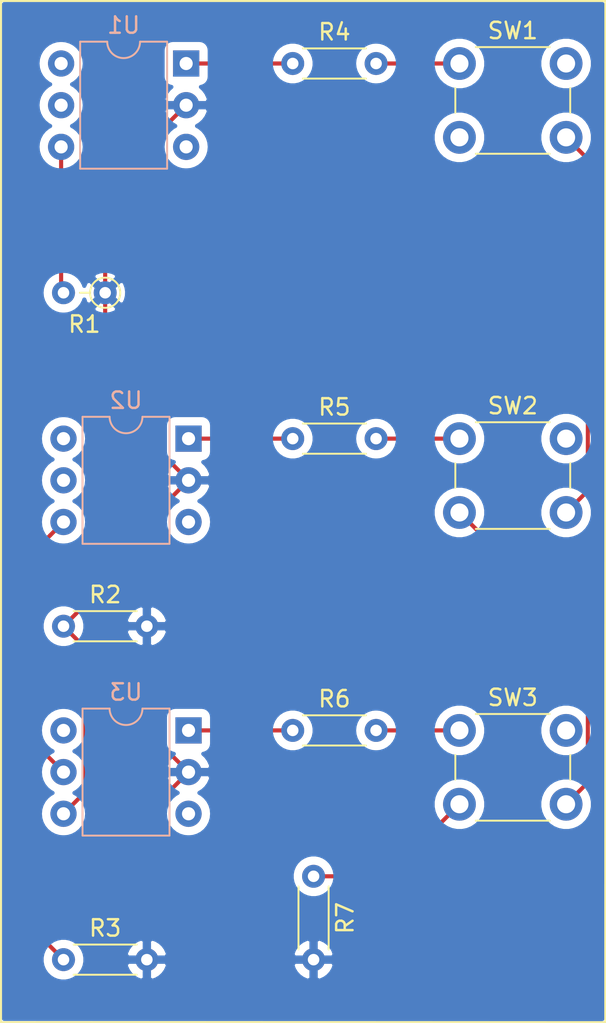
<source format=kicad_pcb>
(kicad_pcb (version 20171130) (host pcbnew "(5.1.4)-1")

  (general
    (thickness 1.6)
    (drawings 4)
    (tracks 40)
    (zones 0)
    (modules 13)
    (nets 21)
  )

  (page A4)
  (layers
    (0 F.Cu signal)
    (31 B.Cu signal)
    (32 B.Adhes user)
    (33 F.Adhes user)
    (34 B.Paste user)
    (35 F.Paste user)
    (36 B.SilkS user)
    (37 F.SilkS user)
    (38 B.Mask user)
    (39 F.Mask user)
    (40 Dwgs.User user)
    (41 Cmts.User user)
    (42 Eco1.User user)
    (43 Eco2.User user)
    (44 Edge.Cuts user)
    (45 Margin user)
    (46 B.CrtYd user)
    (47 F.CrtYd user)
    (48 B.Fab user)
    (49 F.Fab user)
  )

  (setup
    (last_trace_width 0.25)
    (trace_clearance 0.2)
    (zone_clearance 0.508)
    (zone_45_only no)
    (trace_min 0.2)
    (via_size 0.8)
    (via_drill 0.4)
    (via_min_size 0.4)
    (via_min_drill 0.3)
    (uvia_size 0.3)
    (uvia_drill 0.1)
    (uvias_allowed no)
    (uvia_min_size 0.2)
    (uvia_min_drill 0.1)
    (edge_width 0.05)
    (segment_width 0.2)
    (pcb_text_width 0.3)
    (pcb_text_size 1.5 1.5)
    (mod_edge_width 0.12)
    (mod_text_size 1 1)
    (mod_text_width 0.15)
    (pad_size 1.524 1.524)
    (pad_drill 0.762)
    (pad_to_mask_clearance 0.051)
    (solder_mask_min_width 0.25)
    (aux_axis_origin 0 0)
    (visible_elements 7FFFFFFF)
    (pcbplotparams
      (layerselection 0x010fc_ffffffff)
      (usegerberextensions false)
      (usegerberattributes false)
      (usegerberadvancedattributes false)
      (creategerberjobfile false)
      (excludeedgelayer true)
      (linewidth 0.100000)
      (plotframeref false)
      (viasonmask false)
      (mode 1)
      (useauxorigin false)
      (hpglpennumber 1)
      (hpglpenspeed 20)
      (hpglpendiameter 15.000000)
      (psnegative false)
      (psa4output false)
      (plotreference true)
      (plotvalue true)
      (plotinvisibletext false)
      (padsonsilk false)
      (subtractmaskfromsilk false)
      (outputformat 1)
      (mirror false)
      (drillshape 1)
      (scaleselection 1)
      (outputdirectory ""))
  )

  (net 0 "")
  (net 1 GND)
  (net 2 "Net-(R1-Pad2)")
  (net 3 "Net-(R2-Pad1)")
  (net 4 "Net-(R3-Pad1)")
  (net 5 "Net-(R4-Pad1)")
  (net 6 "Net-(R4-Pad2)")
  (net 7 "Net-(R5-Pad2)")
  (net 8 "Net-(R5-Pad1)")
  (net 9 "Net-(R6-Pad1)")
  (net 10 "Net-(R6-Pad2)")
  (net 11 VCC)
  (net 12 "Net-(U1-Pad5)")
  (net 13 "Net-(U1-Pad3)")
  (net 14 "Net-(U1-Pad6)")
  (net 15 "Net-(U2-Pad6)")
  (net 16 "Net-(U2-Pad3)")
  (net 17 "Net-(U2-Pad5)")
  (net 18 "Net-(U3-Pad5)")
  (net 19 "Net-(U3-Pad3)")
  (net 20 "Net-(U3-Pad6)")

  (net_class Default "Esta es la clase de red por defecto."
    (clearance 0.2)
    (trace_width 0.25)
    (via_dia 0.8)
    (via_drill 0.4)
    (uvia_dia 0.3)
    (uvia_drill 0.1)
    (add_net GND)
    (add_net "Net-(R1-Pad2)")
    (add_net "Net-(R2-Pad1)")
    (add_net "Net-(R3-Pad1)")
    (add_net "Net-(R4-Pad1)")
    (add_net "Net-(R4-Pad2)")
    (add_net "Net-(R5-Pad1)")
    (add_net "Net-(R5-Pad2)")
    (add_net "Net-(R6-Pad1)")
    (add_net "Net-(R6-Pad2)")
    (add_net "Net-(U1-Pad3)")
    (add_net "Net-(U1-Pad5)")
    (add_net "Net-(U1-Pad6)")
    (add_net "Net-(U2-Pad3)")
    (add_net "Net-(U2-Pad5)")
    (add_net "Net-(U2-Pad6)")
    (add_net "Net-(U3-Pad3)")
    (add_net "Net-(U3-Pad5)")
    (add_net "Net-(U3-Pad6)")
    (add_net VCC)
  )

  (module Resistor_THT:R_Axial_DIN0204_L3.6mm_D1.6mm_P2.54mm_Vertical (layer F.Cu) (tedit 5AE5139B) (tstamp 5DC2C69B)
    (at 104.14 90.17 180)
    (descr "Resistor, Axial_DIN0204 series, Axial, Vertical, pin pitch=2.54mm, 0.167W, length*diameter=3.6*1.6mm^2, http://cdn-reichelt.de/documents/datenblatt/B400/1_4W%23YAG.pdf")
    (tags "Resistor Axial_DIN0204 series Axial Vertical pin pitch 2.54mm 0.167W length 3.6mm diameter 1.6mm")
    (path /5DC13969)
    (fp_text reference R1 (at 1.27 -1.92) (layer F.SilkS)
      (effects (font (size 1 1) (thickness 0.15)))
    )
    (fp_text value R (at 1.27 1.92) (layer F.Fab)
      (effects (font (size 1 1) (thickness 0.15)))
    )
    (fp_circle (center 0 0) (end 0.8 0) (layer F.Fab) (width 0.1))
    (fp_circle (center 0 0) (end 0.92 0) (layer F.SilkS) (width 0.12))
    (fp_line (start 0 0) (end 2.54 0) (layer F.Fab) (width 0.1))
    (fp_line (start 0.92 0) (end 1.54 0) (layer F.SilkS) (width 0.12))
    (fp_line (start -1.05 -1.05) (end -1.05 1.05) (layer F.CrtYd) (width 0.05))
    (fp_line (start -1.05 1.05) (end 3.49 1.05) (layer F.CrtYd) (width 0.05))
    (fp_line (start 3.49 1.05) (end 3.49 -1.05) (layer F.CrtYd) (width 0.05))
    (fp_line (start 3.49 -1.05) (end -1.05 -1.05) (layer F.CrtYd) (width 0.05))
    (fp_text user %R (at 1.27 -1.92) (layer F.Fab)
      (effects (font (size 1 1) (thickness 0.15)))
    )
    (pad 1 thru_hole circle (at 0 0 180) (size 1.4 1.4) (drill 0.7) (layers *.Cu *.Mask)
      (net 1 GND))
    (pad 2 thru_hole oval (at 2.54 0 180) (size 1.4 1.4) (drill 0.7) (layers *.Cu *.Mask)
      (net 2 "Net-(R1-Pad2)"))
    (model ${KISYS3DMOD}/Resistor_THT.3dshapes/R_Axial_DIN0204_L3.6mm_D1.6mm_P2.54mm_Vertical.wrl
      (at (xyz 0 0 0))
      (scale (xyz 1 1 1))
      (rotate (xyz 0 0 0))
    )
  )

  (module Resistor_THT:R_Axial_DIN0204_L3.6mm_D1.6mm_P5.08mm_Horizontal (layer F.Cu) (tedit 5AE5139B) (tstamp 5DC2C6AE)
    (at 101.6 110.49)
    (descr "Resistor, Axial_DIN0204 series, Axial, Horizontal, pin pitch=5.08mm, 0.167W, length*diameter=3.6*1.6mm^2, http://cdn-reichelt.de/documents/datenblatt/B400/1_4W%23YAG.pdf")
    (tags "Resistor Axial_DIN0204 series Axial Horizontal pin pitch 5.08mm 0.167W length 3.6mm diameter 1.6mm")
    (path /5DC12E9F)
    (fp_text reference R2 (at 2.54 -1.92) (layer F.SilkS)
      (effects (font (size 1 1) (thickness 0.15)))
    )
    (fp_text value R (at 2.54 1.92) (layer F.Fab)
      (effects (font (size 1 1) (thickness 0.15)))
    )
    (fp_line (start 0.74 -0.8) (end 0.74 0.8) (layer F.Fab) (width 0.1))
    (fp_line (start 0.74 0.8) (end 4.34 0.8) (layer F.Fab) (width 0.1))
    (fp_line (start 4.34 0.8) (end 4.34 -0.8) (layer F.Fab) (width 0.1))
    (fp_line (start 4.34 -0.8) (end 0.74 -0.8) (layer F.Fab) (width 0.1))
    (fp_line (start 0 0) (end 0.74 0) (layer F.Fab) (width 0.1))
    (fp_line (start 5.08 0) (end 4.34 0) (layer F.Fab) (width 0.1))
    (fp_line (start 0.62 -0.92) (end 4.46 -0.92) (layer F.SilkS) (width 0.12))
    (fp_line (start 0.62 0.92) (end 4.46 0.92) (layer F.SilkS) (width 0.12))
    (fp_line (start -0.95 -1.05) (end -0.95 1.05) (layer F.CrtYd) (width 0.05))
    (fp_line (start -0.95 1.05) (end 6.03 1.05) (layer F.CrtYd) (width 0.05))
    (fp_line (start 6.03 1.05) (end 6.03 -1.05) (layer F.CrtYd) (width 0.05))
    (fp_line (start 6.03 -1.05) (end -0.95 -1.05) (layer F.CrtYd) (width 0.05))
    (fp_text user %R (at 2.54 0) (layer F.Fab)
      (effects (font (size 0.72 0.72) (thickness 0.108)))
    )
    (pad 1 thru_hole circle (at 0 0) (size 1.4 1.4) (drill 0.7) (layers *.Cu *.Mask)
      (net 3 "Net-(R2-Pad1)"))
    (pad 2 thru_hole oval (at 5.08 0) (size 1.4 1.4) (drill 0.7) (layers *.Cu *.Mask)
      (net 1 GND))
    (model ${KISYS3DMOD}/Resistor_THT.3dshapes/R_Axial_DIN0204_L3.6mm_D1.6mm_P5.08mm_Horizontal.wrl
      (at (xyz 0 0 0))
      (scale (xyz 1 1 1))
      (rotate (xyz 0 0 0))
    )
  )

  (module Resistor_THT:R_Axial_DIN0204_L3.6mm_D1.6mm_P5.08mm_Horizontal (layer F.Cu) (tedit 5AE5139B) (tstamp 5DC2C6C1)
    (at 101.6 130.81)
    (descr "Resistor, Axial_DIN0204 series, Axial, Horizontal, pin pitch=5.08mm, 0.167W, length*diameter=3.6*1.6mm^2, http://cdn-reichelt.de/documents/datenblatt/B400/1_4W%23YAG.pdf")
    (tags "Resistor Axial_DIN0204 series Axial Horizontal pin pitch 5.08mm 0.167W length 3.6mm diameter 1.6mm")
    (path /5DC1345D)
    (fp_text reference R3 (at 2.54 -1.92) (layer F.SilkS)
      (effects (font (size 1 1) (thickness 0.15)))
    )
    (fp_text value R (at 2.54 1.92) (layer F.Fab)
      (effects (font (size 1 1) (thickness 0.15)))
    )
    (fp_text user %R (at 2.54 0) (layer F.Fab)
      (effects (font (size 0.72 0.72) (thickness 0.108)))
    )
    (fp_line (start 6.03 -1.05) (end -0.95 -1.05) (layer F.CrtYd) (width 0.05))
    (fp_line (start 6.03 1.05) (end 6.03 -1.05) (layer F.CrtYd) (width 0.05))
    (fp_line (start -0.95 1.05) (end 6.03 1.05) (layer F.CrtYd) (width 0.05))
    (fp_line (start -0.95 -1.05) (end -0.95 1.05) (layer F.CrtYd) (width 0.05))
    (fp_line (start 0.62 0.92) (end 4.46 0.92) (layer F.SilkS) (width 0.12))
    (fp_line (start 0.62 -0.92) (end 4.46 -0.92) (layer F.SilkS) (width 0.12))
    (fp_line (start 5.08 0) (end 4.34 0) (layer F.Fab) (width 0.1))
    (fp_line (start 0 0) (end 0.74 0) (layer F.Fab) (width 0.1))
    (fp_line (start 4.34 -0.8) (end 0.74 -0.8) (layer F.Fab) (width 0.1))
    (fp_line (start 4.34 0.8) (end 4.34 -0.8) (layer F.Fab) (width 0.1))
    (fp_line (start 0.74 0.8) (end 4.34 0.8) (layer F.Fab) (width 0.1))
    (fp_line (start 0.74 -0.8) (end 0.74 0.8) (layer F.Fab) (width 0.1))
    (pad 2 thru_hole oval (at 5.08 0) (size 1.4 1.4) (drill 0.7) (layers *.Cu *.Mask)
      (net 1 GND))
    (pad 1 thru_hole circle (at 0 0) (size 1.4 1.4) (drill 0.7) (layers *.Cu *.Mask)
      (net 4 "Net-(R3-Pad1)"))
    (model ${KISYS3DMOD}/Resistor_THT.3dshapes/R_Axial_DIN0204_L3.6mm_D1.6mm_P5.08mm_Horizontal.wrl
      (at (xyz 0 0 0))
      (scale (xyz 1 1 1))
      (rotate (xyz 0 0 0))
    )
  )

  (module Resistor_THT:R_Axial_DIN0204_L3.6mm_D1.6mm_P5.08mm_Horizontal (layer F.Cu) (tedit 5AE5139B) (tstamp 5DC2C6D4)
    (at 115.57 76.2)
    (descr "Resistor, Axial_DIN0204 series, Axial, Horizontal, pin pitch=5.08mm, 0.167W, length*diameter=3.6*1.6mm^2, http://cdn-reichelt.de/documents/datenblatt/B400/1_4W%23YAG.pdf")
    (tags "Resistor Axial_DIN0204 series Axial Horizontal pin pitch 5.08mm 0.167W length 3.6mm diameter 1.6mm")
    (path /5DC0DD3F)
    (fp_text reference R4 (at 2.54 -1.92) (layer F.SilkS)
      (effects (font (size 1 1) (thickness 0.15)))
    )
    (fp_text value R (at 2.54 1.92) (layer F.Fab)
      (effects (font (size 1 1) (thickness 0.15)))
    )
    (fp_line (start 0.74 -0.8) (end 0.74 0.8) (layer F.Fab) (width 0.1))
    (fp_line (start 0.74 0.8) (end 4.34 0.8) (layer F.Fab) (width 0.1))
    (fp_line (start 4.34 0.8) (end 4.34 -0.8) (layer F.Fab) (width 0.1))
    (fp_line (start 4.34 -0.8) (end 0.74 -0.8) (layer F.Fab) (width 0.1))
    (fp_line (start 0 0) (end 0.74 0) (layer F.Fab) (width 0.1))
    (fp_line (start 5.08 0) (end 4.34 0) (layer F.Fab) (width 0.1))
    (fp_line (start 0.62 -0.92) (end 4.46 -0.92) (layer F.SilkS) (width 0.12))
    (fp_line (start 0.62 0.92) (end 4.46 0.92) (layer F.SilkS) (width 0.12))
    (fp_line (start -0.95 -1.05) (end -0.95 1.05) (layer F.CrtYd) (width 0.05))
    (fp_line (start -0.95 1.05) (end 6.03 1.05) (layer F.CrtYd) (width 0.05))
    (fp_line (start 6.03 1.05) (end 6.03 -1.05) (layer F.CrtYd) (width 0.05))
    (fp_line (start 6.03 -1.05) (end -0.95 -1.05) (layer F.CrtYd) (width 0.05))
    (fp_text user %R (at 2.54 0) (layer F.Fab)
      (effects (font (size 0.72 0.72) (thickness 0.108)))
    )
    (pad 1 thru_hole circle (at 0 0) (size 1.4 1.4) (drill 0.7) (layers *.Cu *.Mask)
      (net 5 "Net-(R4-Pad1)"))
    (pad 2 thru_hole oval (at 5.08 0) (size 1.4 1.4) (drill 0.7) (layers *.Cu *.Mask)
      (net 6 "Net-(R4-Pad2)"))
    (model ${KISYS3DMOD}/Resistor_THT.3dshapes/R_Axial_DIN0204_L3.6mm_D1.6mm_P5.08mm_Horizontal.wrl
      (at (xyz 0 0 0))
      (scale (xyz 1 1 1))
      (rotate (xyz 0 0 0))
    )
  )

  (module Resistor_THT:R_Axial_DIN0204_L3.6mm_D1.6mm_P5.08mm_Horizontal (layer F.Cu) (tedit 5AE5139B) (tstamp 5DC2C6E7)
    (at 115.57 99.06)
    (descr "Resistor, Axial_DIN0204 series, Axial, Horizontal, pin pitch=5.08mm, 0.167W, length*diameter=3.6*1.6mm^2, http://cdn-reichelt.de/documents/datenblatt/B400/1_4W%23YAG.pdf")
    (tags "Resistor Axial_DIN0204 series Axial Horizontal pin pitch 5.08mm 0.167W length 3.6mm diameter 1.6mm")
    (path /5DC0D5DA)
    (fp_text reference R5 (at 2.54 -1.92) (layer F.SilkS)
      (effects (font (size 1 1) (thickness 0.15)))
    )
    (fp_text value R (at 2.54 1.92) (layer F.Fab)
      (effects (font (size 1 1) (thickness 0.15)))
    )
    (fp_text user %R (at 2.54 0) (layer F.Fab)
      (effects (font (size 0.72 0.72) (thickness 0.108)))
    )
    (fp_line (start 6.03 -1.05) (end -0.95 -1.05) (layer F.CrtYd) (width 0.05))
    (fp_line (start 6.03 1.05) (end 6.03 -1.05) (layer F.CrtYd) (width 0.05))
    (fp_line (start -0.95 1.05) (end 6.03 1.05) (layer F.CrtYd) (width 0.05))
    (fp_line (start -0.95 -1.05) (end -0.95 1.05) (layer F.CrtYd) (width 0.05))
    (fp_line (start 0.62 0.92) (end 4.46 0.92) (layer F.SilkS) (width 0.12))
    (fp_line (start 0.62 -0.92) (end 4.46 -0.92) (layer F.SilkS) (width 0.12))
    (fp_line (start 5.08 0) (end 4.34 0) (layer F.Fab) (width 0.1))
    (fp_line (start 0 0) (end 0.74 0) (layer F.Fab) (width 0.1))
    (fp_line (start 4.34 -0.8) (end 0.74 -0.8) (layer F.Fab) (width 0.1))
    (fp_line (start 4.34 0.8) (end 4.34 -0.8) (layer F.Fab) (width 0.1))
    (fp_line (start 0.74 0.8) (end 4.34 0.8) (layer F.Fab) (width 0.1))
    (fp_line (start 0.74 -0.8) (end 0.74 0.8) (layer F.Fab) (width 0.1))
    (pad 2 thru_hole oval (at 5.08 0) (size 1.4 1.4) (drill 0.7) (layers *.Cu *.Mask)
      (net 7 "Net-(R5-Pad2)"))
    (pad 1 thru_hole circle (at 0 0) (size 1.4 1.4) (drill 0.7) (layers *.Cu *.Mask)
      (net 8 "Net-(R5-Pad1)"))
    (model ${KISYS3DMOD}/Resistor_THT.3dshapes/R_Axial_DIN0204_L3.6mm_D1.6mm_P5.08mm_Horizontal.wrl
      (at (xyz 0 0 0))
      (scale (xyz 1 1 1))
      (rotate (xyz 0 0 0))
    )
  )

  (module Resistor_THT:R_Axial_DIN0204_L3.6mm_D1.6mm_P5.08mm_Horizontal (layer F.Cu) (tedit 5AE5139B) (tstamp 5DC2C6FA)
    (at 115.57 116.84)
    (descr "Resistor, Axial_DIN0204 series, Axial, Horizontal, pin pitch=5.08mm, 0.167W, length*diameter=3.6*1.6mm^2, http://cdn-reichelt.de/documents/datenblatt/B400/1_4W%23YAG.pdf")
    (tags "Resistor Axial_DIN0204 series Axial Horizontal pin pitch 5.08mm 0.167W length 3.6mm diameter 1.6mm")
    (path /5DC0CA82)
    (fp_text reference R6 (at 2.54 -1.92) (layer F.SilkS)
      (effects (font (size 1 1) (thickness 0.15)))
    )
    (fp_text value R (at 2.54 1.92) (layer F.Fab)
      (effects (font (size 1 1) (thickness 0.15)))
    )
    (fp_line (start 0.74 -0.8) (end 0.74 0.8) (layer F.Fab) (width 0.1))
    (fp_line (start 0.74 0.8) (end 4.34 0.8) (layer F.Fab) (width 0.1))
    (fp_line (start 4.34 0.8) (end 4.34 -0.8) (layer F.Fab) (width 0.1))
    (fp_line (start 4.34 -0.8) (end 0.74 -0.8) (layer F.Fab) (width 0.1))
    (fp_line (start 0 0) (end 0.74 0) (layer F.Fab) (width 0.1))
    (fp_line (start 5.08 0) (end 4.34 0) (layer F.Fab) (width 0.1))
    (fp_line (start 0.62 -0.92) (end 4.46 -0.92) (layer F.SilkS) (width 0.12))
    (fp_line (start 0.62 0.92) (end 4.46 0.92) (layer F.SilkS) (width 0.12))
    (fp_line (start -0.95 -1.05) (end -0.95 1.05) (layer F.CrtYd) (width 0.05))
    (fp_line (start -0.95 1.05) (end 6.03 1.05) (layer F.CrtYd) (width 0.05))
    (fp_line (start 6.03 1.05) (end 6.03 -1.05) (layer F.CrtYd) (width 0.05))
    (fp_line (start 6.03 -1.05) (end -0.95 -1.05) (layer F.CrtYd) (width 0.05))
    (fp_text user %R (at 2.54 0) (layer F.Fab)
      (effects (font (size 0.72 0.72) (thickness 0.108)))
    )
    (pad 1 thru_hole circle (at 0 0) (size 1.4 1.4) (drill 0.7) (layers *.Cu *.Mask)
      (net 9 "Net-(R6-Pad1)"))
    (pad 2 thru_hole oval (at 5.08 0) (size 1.4 1.4) (drill 0.7) (layers *.Cu *.Mask)
      (net 10 "Net-(R6-Pad2)"))
    (model ${KISYS3DMOD}/Resistor_THT.3dshapes/R_Axial_DIN0204_L3.6mm_D1.6mm_P5.08mm_Horizontal.wrl
      (at (xyz 0 0 0))
      (scale (xyz 1 1 1))
      (rotate (xyz 0 0 0))
    )
  )

  (module Resistor_THT:R_Axial_DIN0204_L3.6mm_D1.6mm_P5.08mm_Horizontal (layer F.Cu) (tedit 5AE5139B) (tstamp 5DC2CA65)
    (at 116.84 125.73 270)
    (descr "Resistor, Axial_DIN0204 series, Axial, Horizontal, pin pitch=5.08mm, 0.167W, length*diameter=3.6*1.6mm^2, http://cdn-reichelt.de/documents/datenblatt/B400/1_4W%23YAG.pdf")
    (tags "Resistor Axial_DIN0204 series Axial Horizontal pin pitch 5.08mm 0.167W length 3.6mm diameter 1.6mm")
    (path /5DC0DFA7)
    (fp_text reference R7 (at 2.54 -1.92 90) (layer F.SilkS)
      (effects (font (size 1 1) (thickness 0.15)))
    )
    (fp_text value R (at 2.54 1.92 90) (layer F.Fab)
      (effects (font (size 1 1) (thickness 0.15)))
    )
    (fp_text user %R (at 2.014999 0 90) (layer F.Fab)
      (effects (font (size 0.72 0.72) (thickness 0.108)))
    )
    (fp_line (start 6.03 -1.05) (end -0.95 -1.05) (layer F.CrtYd) (width 0.05))
    (fp_line (start 6.03 1.05) (end 6.03 -1.05) (layer F.CrtYd) (width 0.05))
    (fp_line (start -0.95 1.05) (end 6.03 1.05) (layer F.CrtYd) (width 0.05))
    (fp_line (start -0.95 -1.05) (end -0.95 1.05) (layer F.CrtYd) (width 0.05))
    (fp_line (start 0.62 0.92) (end 4.46 0.92) (layer F.SilkS) (width 0.12))
    (fp_line (start 0.62 -0.92) (end 4.46 -0.92) (layer F.SilkS) (width 0.12))
    (fp_line (start 5.08 0) (end 4.34 0) (layer F.Fab) (width 0.1))
    (fp_line (start 0 0) (end 0.74 0) (layer F.Fab) (width 0.1))
    (fp_line (start 4.34 -0.8) (end 0.74 -0.8) (layer F.Fab) (width 0.1))
    (fp_line (start 4.34 0.8) (end 4.34 -0.8) (layer F.Fab) (width 0.1))
    (fp_line (start 0.74 0.8) (end 4.34 0.8) (layer F.Fab) (width 0.1))
    (fp_line (start 0.74 -0.8) (end 0.74 0.8) (layer F.Fab) (width 0.1))
    (pad 2 thru_hole oval (at 5.08 0 270) (size 1.4 1.4) (drill 0.7) (layers *.Cu *.Mask)
      (net 1 GND))
    (pad 1 thru_hole circle (at 0 0 270) (size 1.4 1.4) (drill 0.7) (layers *.Cu *.Mask)
      (net 11 VCC))
    (model ${KISYS3DMOD}/Resistor_THT.3dshapes/R_Axial_DIN0204_L3.6mm_D1.6mm_P5.08mm_Horizontal.wrl
      (at (xyz 0 0 0))
      (scale (xyz 1 1 1))
      (rotate (xyz 0 0 0))
    )
  )

  (module Button_Switch_THT:SW_PUSH_6mm (layer F.Cu) (tedit 5A02FE31) (tstamp 5DC2C72C)
    (at 125.73 76.2)
    (descr https://www.omron.com/ecb/products/pdf/en-b3f.pdf)
    (tags "tact sw push 6mm")
    (path /5DC0FDAE)
    (fp_text reference SW1 (at 3.25 -2) (layer F.SilkS)
      (effects (font (size 1 1) (thickness 0.15)))
    )
    (fp_text value SW_Push (at 3.75 6.7) (layer F.Fab)
      (effects (font (size 1 1) (thickness 0.15)))
    )
    (fp_text user %R (at 3.25 2.25) (layer F.Fab)
      (effects (font (size 1 1) (thickness 0.15)))
    )
    (fp_line (start 3.25 -0.75) (end 6.25 -0.75) (layer F.Fab) (width 0.1))
    (fp_line (start 6.25 -0.75) (end 6.25 5.25) (layer F.Fab) (width 0.1))
    (fp_line (start 6.25 5.25) (end 0.25 5.25) (layer F.Fab) (width 0.1))
    (fp_line (start 0.25 5.25) (end 0.25 -0.75) (layer F.Fab) (width 0.1))
    (fp_line (start 0.25 -0.75) (end 3.25 -0.75) (layer F.Fab) (width 0.1))
    (fp_line (start 7.75 6) (end 8 6) (layer F.CrtYd) (width 0.05))
    (fp_line (start 8 6) (end 8 5.75) (layer F.CrtYd) (width 0.05))
    (fp_line (start 7.75 -1.5) (end 8 -1.5) (layer F.CrtYd) (width 0.05))
    (fp_line (start 8 -1.5) (end 8 -1.25) (layer F.CrtYd) (width 0.05))
    (fp_line (start -1.5 -1.25) (end -1.5 -1.5) (layer F.CrtYd) (width 0.05))
    (fp_line (start -1.5 -1.5) (end -1.25 -1.5) (layer F.CrtYd) (width 0.05))
    (fp_line (start -1.5 5.75) (end -1.5 6) (layer F.CrtYd) (width 0.05))
    (fp_line (start -1.5 6) (end -1.25 6) (layer F.CrtYd) (width 0.05))
    (fp_line (start -1.25 -1.5) (end 7.75 -1.5) (layer F.CrtYd) (width 0.05))
    (fp_line (start -1.5 5.75) (end -1.5 -1.25) (layer F.CrtYd) (width 0.05))
    (fp_line (start 7.75 6) (end -1.25 6) (layer F.CrtYd) (width 0.05))
    (fp_line (start 8 -1.25) (end 8 5.75) (layer F.CrtYd) (width 0.05))
    (fp_line (start 1 5.5) (end 5.5 5.5) (layer F.SilkS) (width 0.12))
    (fp_line (start -0.25 1.5) (end -0.25 3) (layer F.SilkS) (width 0.12))
    (fp_line (start 5.5 -1) (end 1 -1) (layer F.SilkS) (width 0.12))
    (fp_line (start 6.75 3) (end 6.75 1.5) (layer F.SilkS) (width 0.12))
    (fp_circle (center 3.25 2.25) (end 1.25 2.5) (layer F.Fab) (width 0.1))
    (pad 2 thru_hole circle (at 0 4.5 90) (size 2 2) (drill 1.1) (layers *.Cu *.Mask)
      (net 11 VCC))
    (pad 1 thru_hole circle (at 0 0 90) (size 2 2) (drill 1.1) (layers *.Cu *.Mask)
      (net 6 "Net-(R4-Pad2)"))
    (pad 2 thru_hole circle (at 6.5 4.5 90) (size 2 2) (drill 1.1) (layers *.Cu *.Mask)
      (net 11 VCC))
    (pad 1 thru_hole circle (at 6.5 0 90) (size 2 2) (drill 1.1) (layers *.Cu *.Mask)
      (net 6 "Net-(R4-Pad2)"))
    (model ${KISYS3DMOD}/Button_Switch_THT.3dshapes/SW_PUSH_6mm.wrl
      (at (xyz 0 0 0))
      (scale (xyz 1 1 1))
      (rotate (xyz 0 0 0))
    )
  )

  (module Button_Switch_THT:SW_PUSH_6mm (layer F.Cu) (tedit 5A02FE31) (tstamp 5DC2C74B)
    (at 125.73 99.06)
    (descr https://www.omron.com/ecb/products/pdf/en-b3f.pdf)
    (tags "tact sw push 6mm")
    (path /5DC0F83F)
    (fp_text reference SW2 (at 3.25 -2) (layer F.SilkS)
      (effects (font (size 1 1) (thickness 0.15)))
    )
    (fp_text value SW_Push (at 3.75 6.7) (layer F.Fab)
      (effects (font (size 1 1) (thickness 0.15)))
    )
    (fp_circle (center 3.25 2.25) (end 1.25 2.5) (layer F.Fab) (width 0.1))
    (fp_line (start 6.75 3) (end 6.75 1.5) (layer F.SilkS) (width 0.12))
    (fp_line (start 5.5 -1) (end 1 -1) (layer F.SilkS) (width 0.12))
    (fp_line (start -0.25 1.5) (end -0.25 3) (layer F.SilkS) (width 0.12))
    (fp_line (start 1 5.5) (end 5.5 5.5) (layer F.SilkS) (width 0.12))
    (fp_line (start 8 -1.25) (end 8 5.75) (layer F.CrtYd) (width 0.05))
    (fp_line (start 7.75 6) (end -1.25 6) (layer F.CrtYd) (width 0.05))
    (fp_line (start -1.5 5.75) (end -1.5 -1.25) (layer F.CrtYd) (width 0.05))
    (fp_line (start -1.25 -1.5) (end 7.75 -1.5) (layer F.CrtYd) (width 0.05))
    (fp_line (start -1.5 6) (end -1.25 6) (layer F.CrtYd) (width 0.05))
    (fp_line (start -1.5 5.75) (end -1.5 6) (layer F.CrtYd) (width 0.05))
    (fp_line (start -1.5 -1.5) (end -1.25 -1.5) (layer F.CrtYd) (width 0.05))
    (fp_line (start -1.5 -1.25) (end -1.5 -1.5) (layer F.CrtYd) (width 0.05))
    (fp_line (start 8 -1.5) (end 8 -1.25) (layer F.CrtYd) (width 0.05))
    (fp_line (start 7.75 -1.5) (end 8 -1.5) (layer F.CrtYd) (width 0.05))
    (fp_line (start 8 6) (end 8 5.75) (layer F.CrtYd) (width 0.05))
    (fp_line (start 7.75 6) (end 8 6) (layer F.CrtYd) (width 0.05))
    (fp_line (start 0.25 -0.75) (end 3.25 -0.75) (layer F.Fab) (width 0.1))
    (fp_line (start 0.25 5.25) (end 0.25 -0.75) (layer F.Fab) (width 0.1))
    (fp_line (start 6.25 5.25) (end 0.25 5.25) (layer F.Fab) (width 0.1))
    (fp_line (start 6.25 -0.75) (end 6.25 5.25) (layer F.Fab) (width 0.1))
    (fp_line (start 3.25 -0.75) (end 6.25 -0.75) (layer F.Fab) (width 0.1))
    (fp_text user %R (at 3.25 2.25) (layer F.Fab)
      (effects (font (size 1 1) (thickness 0.15)))
    )
    (pad 1 thru_hole circle (at 6.5 0 90) (size 2 2) (drill 1.1) (layers *.Cu *.Mask)
      (net 7 "Net-(R5-Pad2)"))
    (pad 2 thru_hole circle (at 6.5 4.5 90) (size 2 2) (drill 1.1) (layers *.Cu *.Mask)
      (net 11 VCC))
    (pad 1 thru_hole circle (at 0 0 90) (size 2 2) (drill 1.1) (layers *.Cu *.Mask)
      (net 7 "Net-(R5-Pad2)"))
    (pad 2 thru_hole circle (at 0 4.5 90) (size 2 2) (drill 1.1) (layers *.Cu *.Mask)
      (net 11 VCC))
    (model ${KISYS3DMOD}/Button_Switch_THT.3dshapes/SW_PUSH_6mm.wrl
      (at (xyz 0 0 0))
      (scale (xyz 1 1 1))
      (rotate (xyz 0 0 0))
    )
  )

  (module Button_Switch_THT:SW_PUSH_6mm (layer F.Cu) (tedit 5A02FE31) (tstamp 5DC2C76A)
    (at 125.73 116.84)
    (descr https://www.omron.com/ecb/products/pdf/en-b3f.pdf)
    (tags "tact sw push 6mm")
    (path /5DC0E539)
    (fp_text reference SW3 (at 3.25 -2) (layer F.SilkS)
      (effects (font (size 1 1) (thickness 0.15)))
    )
    (fp_text value SW_Push (at 3.75 6.7) (layer F.Fab)
      (effects (font (size 1 1) (thickness 0.15)))
    )
    (fp_text user %R (at 3.25 2.25) (layer F.Fab)
      (effects (font (size 1 1) (thickness 0.15)))
    )
    (fp_line (start 3.25 -0.75) (end 6.25 -0.75) (layer F.Fab) (width 0.1))
    (fp_line (start 6.25 -0.75) (end 6.25 5.25) (layer F.Fab) (width 0.1))
    (fp_line (start 6.25 5.25) (end 0.25 5.25) (layer F.Fab) (width 0.1))
    (fp_line (start 0.25 5.25) (end 0.25 -0.75) (layer F.Fab) (width 0.1))
    (fp_line (start 0.25 -0.75) (end 3.25 -0.75) (layer F.Fab) (width 0.1))
    (fp_line (start 7.75 6) (end 8 6) (layer F.CrtYd) (width 0.05))
    (fp_line (start 8 6) (end 8 5.75) (layer F.CrtYd) (width 0.05))
    (fp_line (start 7.75 -1.5) (end 8 -1.5) (layer F.CrtYd) (width 0.05))
    (fp_line (start 8 -1.5) (end 8 -1.25) (layer F.CrtYd) (width 0.05))
    (fp_line (start -1.5 -1.25) (end -1.5 -1.5) (layer F.CrtYd) (width 0.05))
    (fp_line (start -1.5 -1.5) (end -1.25 -1.5) (layer F.CrtYd) (width 0.05))
    (fp_line (start -1.5 5.75) (end -1.5 6) (layer F.CrtYd) (width 0.05))
    (fp_line (start -1.5 6) (end -1.25 6) (layer F.CrtYd) (width 0.05))
    (fp_line (start -1.25 -1.5) (end 7.75 -1.5) (layer F.CrtYd) (width 0.05))
    (fp_line (start -1.5 5.75) (end -1.5 -1.25) (layer F.CrtYd) (width 0.05))
    (fp_line (start 7.75 6) (end -1.25 6) (layer F.CrtYd) (width 0.05))
    (fp_line (start 8 -1.25) (end 8 5.75) (layer F.CrtYd) (width 0.05))
    (fp_line (start 1 5.5) (end 5.5 5.5) (layer F.SilkS) (width 0.12))
    (fp_line (start -0.25 1.5) (end -0.25 3) (layer F.SilkS) (width 0.12))
    (fp_line (start 5.5 -1) (end 1 -1) (layer F.SilkS) (width 0.12))
    (fp_line (start 6.75 3) (end 6.75 1.5) (layer F.SilkS) (width 0.12))
    (fp_circle (center 3.25 2.25) (end 1.25 2.5) (layer F.Fab) (width 0.1))
    (pad 2 thru_hole circle (at 0 4.5 90) (size 2 2) (drill 1.1) (layers *.Cu *.Mask)
      (net 11 VCC))
    (pad 1 thru_hole circle (at 0 0 90) (size 2 2) (drill 1.1) (layers *.Cu *.Mask)
      (net 10 "Net-(R6-Pad2)"))
    (pad 2 thru_hole circle (at 6.5 4.5 90) (size 2 2) (drill 1.1) (layers *.Cu *.Mask)
      (net 11 VCC))
    (pad 1 thru_hole circle (at 6.5 0 90) (size 2 2) (drill 1.1) (layers *.Cu *.Mask)
      (net 10 "Net-(R6-Pad2)"))
    (model ${KISYS3DMOD}/Button_Switch_THT.3dshapes/SW_PUSH_6mm.wrl
      (at (xyz 0 0 0))
      (scale (xyz 1 1 1))
      (rotate (xyz 0 0 0))
    )
  )

  (module Package_DIP:DIP-6_W7.62mm (layer B.Cu) (tedit 5A02E8C5) (tstamp 5DC2CAD5)
    (at 109.075001 76.2 180)
    (descr "6-lead though-hole mounted DIP package, row spacing 7.62 mm (300 mils)")
    (tags "THT DIP DIL PDIP 2.54mm 7.62mm 300mil")
    (path /5DC123B7)
    (fp_text reference U1 (at 3.81 2.33 180) (layer B.SilkS)
      (effects (font (size 1 1) (thickness 0.15)) (justify mirror))
    )
    (fp_text value 4N25 (at 3.81 -7.41 180) (layer B.Fab)
      (effects (font (size 1 1) (thickness 0.15)) (justify mirror))
    )
    (fp_arc (start 3.81 1.33) (end 2.81 1.33) (angle 180) (layer B.SilkS) (width 0.12))
    (fp_line (start 1.635 1.27) (end 6.985 1.27) (layer B.Fab) (width 0.1))
    (fp_line (start 6.985 1.27) (end 6.985 -6.35) (layer B.Fab) (width 0.1))
    (fp_line (start 6.985 -6.35) (end 0.635 -6.35) (layer B.Fab) (width 0.1))
    (fp_line (start 0.635 -6.35) (end 0.635 0.27) (layer B.Fab) (width 0.1))
    (fp_line (start 0.635 0.27) (end 1.635 1.27) (layer B.Fab) (width 0.1))
    (fp_line (start 2.81 1.33) (end 1.16 1.33) (layer B.SilkS) (width 0.12))
    (fp_line (start 1.16 1.33) (end 1.16 -6.41) (layer B.SilkS) (width 0.12))
    (fp_line (start 1.16 -6.41) (end 6.46 -6.41) (layer B.SilkS) (width 0.12))
    (fp_line (start 6.46 -6.41) (end 6.46 1.33) (layer B.SilkS) (width 0.12))
    (fp_line (start 6.46 1.33) (end 4.81 1.33) (layer B.SilkS) (width 0.12))
    (fp_line (start -1.1 1.55) (end -1.1 -6.6) (layer B.CrtYd) (width 0.05))
    (fp_line (start -1.1 -6.6) (end 8.7 -6.6) (layer B.CrtYd) (width 0.05))
    (fp_line (start 8.7 -6.6) (end 8.7 1.55) (layer B.CrtYd) (width 0.05))
    (fp_line (start 8.7 1.55) (end -1.1 1.55) (layer B.CrtYd) (width 0.05))
    (fp_text user %R (at 3.81 -2.54 180) (layer B.Fab)
      (effects (font (size 1 1) (thickness 0.15)) (justify mirror))
    )
    (pad 1 thru_hole rect (at 0 0 180) (size 1.6 1.6) (drill 0.8) (layers *.Cu *.Mask)
      (net 5 "Net-(R4-Pad1)"))
    (pad 4 thru_hole oval (at 7.62 -5.08 180) (size 1.6 1.6) (drill 0.8) (layers *.Cu *.Mask)
      (net 2 "Net-(R1-Pad2)"))
    (pad 2 thru_hole oval (at 0 -2.54 180) (size 1.6 1.6) (drill 0.8) (layers *.Cu *.Mask)
      (net 1 GND))
    (pad 5 thru_hole oval (at 7.62 -2.54 180) (size 1.6 1.6) (drill 0.8) (layers *.Cu *.Mask)
      (net 12 "Net-(U1-Pad5)"))
    (pad 3 thru_hole oval (at 0 -5.08 180) (size 1.6 1.6) (drill 0.8) (layers *.Cu *.Mask)
      (net 13 "Net-(U1-Pad3)"))
    (pad 6 thru_hole oval (at 7.62 0 180) (size 1.6 1.6) (drill 0.8) (layers *.Cu *.Mask)
      (net 14 "Net-(U1-Pad6)"))
    (model ${KISYS3DMOD}/Package_DIP.3dshapes/DIP-6_W7.62mm.wrl
      (at (xyz 0 0 0))
      (scale (xyz 1 1 1))
      (rotate (xyz 0 0 0))
    )
  )

  (module Package_DIP:DIP-6_W7.62mm (layer B.Cu) (tedit 5A02E8C5) (tstamp 5DC2C79E)
    (at 109.22 99.06 180)
    (descr "6-lead though-hole mounted DIP package, row spacing 7.62 mm (300 mils)")
    (tags "THT DIP DIL PDIP 2.54mm 7.62mm 300mil")
    (path /5DC114DC)
    (fp_text reference U2 (at 3.81 2.33) (layer B.SilkS)
      (effects (font (size 1 1) (thickness 0.15)) (justify mirror))
    )
    (fp_text value 4N25 (at 3.81 -7.41) (layer B.Fab)
      (effects (font (size 1 1) (thickness 0.15)) (justify mirror))
    )
    (fp_text user %R (at 3.81 -2.54) (layer B.Fab)
      (effects (font (size 1 1) (thickness 0.15)) (justify mirror))
    )
    (fp_line (start 8.7 1.55) (end -1.1 1.55) (layer B.CrtYd) (width 0.05))
    (fp_line (start 8.7 -6.6) (end 8.7 1.55) (layer B.CrtYd) (width 0.05))
    (fp_line (start -1.1 -6.6) (end 8.7 -6.6) (layer B.CrtYd) (width 0.05))
    (fp_line (start -1.1 1.55) (end -1.1 -6.6) (layer B.CrtYd) (width 0.05))
    (fp_line (start 6.46 1.33) (end 4.81 1.33) (layer B.SilkS) (width 0.12))
    (fp_line (start 6.46 -6.41) (end 6.46 1.33) (layer B.SilkS) (width 0.12))
    (fp_line (start 1.16 -6.41) (end 6.46 -6.41) (layer B.SilkS) (width 0.12))
    (fp_line (start 1.16 1.33) (end 1.16 -6.41) (layer B.SilkS) (width 0.12))
    (fp_line (start 2.81 1.33) (end 1.16 1.33) (layer B.SilkS) (width 0.12))
    (fp_line (start 0.635 0.27) (end 1.635 1.27) (layer B.Fab) (width 0.1))
    (fp_line (start 0.635 -6.35) (end 0.635 0.27) (layer B.Fab) (width 0.1))
    (fp_line (start 6.985 -6.35) (end 0.635 -6.35) (layer B.Fab) (width 0.1))
    (fp_line (start 6.985 1.27) (end 6.985 -6.35) (layer B.Fab) (width 0.1))
    (fp_line (start 1.635 1.27) (end 6.985 1.27) (layer B.Fab) (width 0.1))
    (fp_arc (start 3.81 1.33) (end 2.81 1.33) (angle 180) (layer B.SilkS) (width 0.12))
    (pad 6 thru_hole oval (at 7.62 0 180) (size 1.6 1.6) (drill 0.8) (layers *.Cu *.Mask)
      (net 15 "Net-(U2-Pad6)"))
    (pad 3 thru_hole oval (at 0 -5.08 180) (size 1.6 1.6) (drill 0.8) (layers *.Cu *.Mask)
      (net 16 "Net-(U2-Pad3)"))
    (pad 5 thru_hole oval (at 7.62 -2.54 180) (size 1.6 1.6) (drill 0.8) (layers *.Cu *.Mask)
      (net 17 "Net-(U2-Pad5)"))
    (pad 2 thru_hole oval (at 0 -2.54 180) (size 1.6 1.6) (drill 0.8) (layers *.Cu *.Mask)
      (net 1 GND))
    (pad 4 thru_hole oval (at 7.62 -5.08 180) (size 1.6 1.6) (drill 0.8) (layers *.Cu *.Mask)
      (net 4 "Net-(R3-Pad1)"))
    (pad 1 thru_hole rect (at 0 0 180) (size 1.6 1.6) (drill 0.8) (layers *.Cu *.Mask)
      (net 8 "Net-(R5-Pad1)"))
    (model ${KISYS3DMOD}/Package_DIP.3dshapes/DIP-6_W7.62mm.wrl
      (at (xyz 0 0 0))
      (scale (xyz 1 1 1))
      (rotate (xyz 0 0 0))
    )
  )

  (module Package_DIP:DIP-6_W7.62mm (layer B.Cu) (tedit 5A02E8C5) (tstamp 5DC2C7B8)
    (at 109.22 116.84 180)
    (descr "6-lead though-hole mounted DIP package, row spacing 7.62 mm (300 mils)")
    (tags "THT DIP DIL PDIP 2.54mm 7.62mm 300mil")
    (path /5DC1026B)
    (fp_text reference U3 (at 3.81 2.33) (layer B.SilkS)
      (effects (font (size 1 1) (thickness 0.15)) (justify mirror))
    )
    (fp_text value 4N25 (at 3.81 -7.41) (layer B.Fab)
      (effects (font (size 1 1) (thickness 0.15)) (justify mirror))
    )
    (fp_arc (start 3.81 1.33) (end 2.81 1.33) (angle 180) (layer B.SilkS) (width 0.12))
    (fp_line (start 1.635 1.27) (end 6.985 1.27) (layer B.Fab) (width 0.1))
    (fp_line (start 6.985 1.27) (end 6.985 -6.35) (layer B.Fab) (width 0.1))
    (fp_line (start 6.985 -6.35) (end 0.635 -6.35) (layer B.Fab) (width 0.1))
    (fp_line (start 0.635 -6.35) (end 0.635 0.27) (layer B.Fab) (width 0.1))
    (fp_line (start 0.635 0.27) (end 1.635 1.27) (layer B.Fab) (width 0.1))
    (fp_line (start 2.81 1.33) (end 1.16 1.33) (layer B.SilkS) (width 0.12))
    (fp_line (start 1.16 1.33) (end 1.16 -6.41) (layer B.SilkS) (width 0.12))
    (fp_line (start 1.16 -6.41) (end 6.46 -6.41) (layer B.SilkS) (width 0.12))
    (fp_line (start 6.46 -6.41) (end 6.46 1.33) (layer B.SilkS) (width 0.12))
    (fp_line (start 6.46 1.33) (end 4.81 1.33) (layer B.SilkS) (width 0.12))
    (fp_line (start -1.1 1.55) (end -1.1 -6.6) (layer B.CrtYd) (width 0.05))
    (fp_line (start -1.1 -6.6) (end 8.7 -6.6) (layer B.CrtYd) (width 0.05))
    (fp_line (start 8.7 -6.6) (end 8.7 1.55) (layer B.CrtYd) (width 0.05))
    (fp_line (start 8.7 1.55) (end -1.1 1.55) (layer B.CrtYd) (width 0.05))
    (fp_text user %R (at 3.81 -2.54) (layer B.Fab)
      (effects (font (size 1 1) (thickness 0.15)) (justify mirror))
    )
    (pad 1 thru_hole rect (at 0 0 180) (size 1.6 1.6) (drill 0.8) (layers *.Cu *.Mask)
      (net 9 "Net-(R6-Pad1)"))
    (pad 4 thru_hole oval (at 7.62 -5.08 180) (size 1.6 1.6) (drill 0.8) (layers *.Cu *.Mask)
      (net 3 "Net-(R2-Pad1)"))
    (pad 2 thru_hole oval (at 0 -2.54 180) (size 1.6 1.6) (drill 0.8) (layers *.Cu *.Mask)
      (net 1 GND))
    (pad 5 thru_hole oval (at 7.62 -2.54 180) (size 1.6 1.6) (drill 0.8) (layers *.Cu *.Mask)
      (net 18 "Net-(U3-Pad5)"))
    (pad 3 thru_hole oval (at 0 -5.08 180) (size 1.6 1.6) (drill 0.8) (layers *.Cu *.Mask)
      (net 19 "Net-(U3-Pad3)"))
    (pad 6 thru_hole oval (at 7.62 0 180) (size 1.6 1.6) (drill 0.8) (layers *.Cu *.Mask)
      (net 20 "Net-(U3-Pad6)"))
    (model ${KISYS3DMOD}/Package_DIP.3dshapes/DIP-6_W7.62mm.wrl
      (at (xyz 0 0 0))
      (scale (xyz 1 1 1))
      (rotate (xyz 0 0 0))
    )
  )

  (gr_line (start 134.62 72.39) (end 97.79 72.39) (layer F.SilkS) (width 0.12) (tstamp 5DC2D314))
  (gr_line (start 134.62 134.62) (end 134.62 72.39) (layer F.SilkS) (width 0.12))
  (gr_line (start 97.79 134.62) (end 134.62 134.62) (layer F.SilkS) (width 0.12))
  (gr_line (start 97.79 72.39) (end 97.79 134.62) (layer F.SilkS) (width 0.12))

  (segment (start 106.68 130.81) (end 116.84 130.81) (width 0.25) (layer F.Cu) (net 1))
  (segment (start 109.22 119.38) (end 106.68 121.92) (width 0.25) (layer F.Cu) (net 1))
  (segment (start 106.68 121.92) (end 106.68 130.81) (width 0.25) (layer F.Cu) (net 1))
  (segment (start 106.68 104.14) (end 109.22 101.6) (width 0.25) (layer F.Cu) (net 1))
  (segment (start 106.68 110.49) (end 106.68 104.14) (width 0.25) (layer F.Cu) (net 1))
  (segment (start 106.68 116.84) (end 109.22 119.38) (width 0.25) (layer F.Cu) (net 1))
  (segment (start 106.68 110.49) (end 106.68 116.84) (width 0.25) (layer F.Cu) (net 1))
  (segment (start 104.14 83.675001) (end 109.075001 78.74) (width 0.25) (layer F.Cu) (net 1))
  (segment (start 104.14 90.17) (end 104.14 83.675001) (width 0.25) (layer F.Cu) (net 1))
  (segment (start 104.14 96.52) (end 109.22 101.6) (width 0.25) (layer F.Cu) (net 1))
  (segment (start 104.14 90.17) (end 104.14 96.52) (width 0.25) (layer F.Cu) (net 1))
  (segment (start 101.455001 90.025001) (end 101.6 90.17) (width 0.25) (layer F.Cu) (net 2))
  (segment (start 101.455001 81.28) (end 101.455001 90.025001) (width 0.25) (layer F.Cu) (net 2))
  (segment (start 102.299999 111.189999) (end 101.6 110.49) (width 0.25) (layer F.Cu) (net 3))
  (segment (start 102.87 111.76) (end 102.299999 111.189999) (width 0.25) (layer F.Cu) (net 3))
  (segment (start 102.87 120.65) (end 102.87 111.76) (width 0.25) (layer F.Cu) (net 3))
  (segment (start 101.6 121.92) (end 102.87 120.65) (width 0.25) (layer F.Cu) (net 3))
  (segment (start 101.6 110.49) (end 102.725001 109.364999) (width 0.25) (layer F.Cu) (net 3))
  (segment (start 102.725001 109.364999) (end 102.725001 106.535001) (width 0.25) (layer F.Cu) (net 3))
  (segment (start 100.800001 104.939999) (end 101.6 104.14) (width 0.25) (layer F.Cu) (net 4))
  (segment (start 99.06 106.68) (end 100.800001 104.939999) (width 0.25) (layer F.Cu) (net 4))
  (segment (start 99.06 128.27) (end 99.06 106.68) (width 0.25) (layer F.Cu) (net 4))
  (segment (start 101.6 130.81) (end 99.06 128.27) (width 0.25) (layer F.Cu) (net 4))
  (segment (start 115.57 76.2) (end 109.075001 76.2) (width 0.25) (layer F.Cu) (net 5))
  (segment (start 125.73 76.2) (end 120.65 76.2) (width 0.25) (layer F.Cu) (net 6))
  (segment (start 125.73 99.06) (end 120.65 99.06) (width 0.25) (layer F.Cu) (net 7))
  (segment (start 115.57 99.06) (end 109.22 99.06) (width 0.25) (layer F.Cu) (net 8))
  (segment (start 115.57 116.84) (end 109.22 116.84) (width 0.25) (layer F.Cu) (net 9))
  (segment (start 125.73 116.84) (end 120.65 116.84) (width 0.25) (layer F.Cu) (net 10))
  (segment (start 121.34 125.73) (end 125.73 121.34) (width 0.25) (layer F.Cu) (net 11))
  (segment (start 116.84 125.73) (end 121.34 125.73) (width 0.25) (layer F.Cu) (net 11))
  (segment (start 126.729999 104.559999) (end 125.73 103.56) (width 0.25) (layer F.Cu) (net 11))
  (segment (start 133.555001 111.385001) (end 126.729999 104.559999) (width 0.25) (layer F.Cu) (net 11))
  (segment (start 133.555001 120.014999) (end 133.555001 111.385001) (width 0.25) (layer F.Cu) (net 11))
  (segment (start 132.23 121.34) (end 133.555001 120.014999) (width 0.25) (layer F.Cu) (net 11))
  (segment (start 133.229999 81.699999) (end 132.23 80.7) (width 0.25) (layer F.Cu) (net 11))
  (segment (start 133.555001 82.025001) (end 133.229999 81.699999) (width 0.25) (layer F.Cu) (net 11))
  (segment (start 133.555001 102.234999) (end 133.555001 82.025001) (width 0.25) (layer F.Cu) (net 11))
  (segment (start 132.23 103.56) (end 133.555001 102.234999) (width 0.25) (layer F.Cu) (net 11))
  (segment (start 101.6 119.38) (end 100.474999 118.254999) (width 0.25) (layer F.Cu) (net 18))

  (zone (net 1) (net_name GND) (layer B.Cu) (tstamp 0) (hatch edge 0.508)
    (connect_pads (clearance 0.508))
    (min_thickness 0.254)
    (fill yes (arc_segments 32) (thermal_gap 0.508) (thermal_bridge_width 0.508))
    (polygon
      (pts
        (xy 97.8535 134.5438) (xy 97.8535 72.4535) (xy 134.5692 72.4535) (xy 134.5565 134.5565)
      )
    )
    (filled_polygon
      (pts
        (xy 134.429526 134.429456) (xy 97.9805 134.416844) (xy 97.9805 130.678514) (xy 100.265 130.678514) (xy 100.265 130.941486)
        (xy 100.316304 131.199405) (xy 100.416939 131.442359) (xy 100.563038 131.661013) (xy 100.748987 131.846962) (xy 100.967641 131.993061)
        (xy 101.210595 132.093696) (xy 101.468514 132.145) (xy 101.731486 132.145) (xy 101.989405 132.093696) (xy 102.232359 131.993061)
        (xy 102.451013 131.846962) (xy 102.636962 131.661013) (xy 102.783061 131.442359) (xy 102.883696 131.199405) (xy 102.89485 131.143329)
        (xy 105.387284 131.143329) (xy 105.419953 131.251044) (xy 105.530208 131.488392) (xy 105.684649 131.69967) (xy 105.87734 131.876759)
        (xy 106.100877 132.012853) (xy 106.34667 132.102722) (xy 106.553 131.980201) (xy 106.553 130.937) (xy 106.807 130.937)
        (xy 106.807 131.980201) (xy 107.01333 132.102722) (xy 107.259123 132.012853) (xy 107.48266 131.876759) (xy 107.675351 131.69967)
        (xy 107.829792 131.488392) (xy 107.940047 131.251044) (xy 107.972715 131.14333) (xy 115.547278 131.14333) (xy 115.637147 131.389123)
        (xy 115.773241 131.61266) (xy 115.95033 131.805351) (xy 116.161608 131.959792) (xy 116.398956 132.070047) (xy 116.506671 132.102716)
        (xy 116.713 131.979374) (xy 116.713 130.937) (xy 116.967 130.937) (xy 116.967 131.979374) (xy 117.173329 132.102716)
        (xy 117.281044 132.070047) (xy 117.518392 131.959792) (xy 117.72967 131.805351) (xy 117.906759 131.61266) (xy 118.042853 131.389123)
        (xy 118.132722 131.14333) (xy 118.010201 130.937) (xy 116.967 130.937) (xy 116.713 130.937) (xy 115.669799 130.937)
        (xy 115.547278 131.14333) (xy 107.972715 131.14333) (xy 107.972716 131.143329) (xy 107.849374 130.937) (xy 106.807 130.937)
        (xy 106.553 130.937) (xy 105.510626 130.937) (xy 105.387284 131.143329) (xy 102.89485 131.143329) (xy 102.935 130.941486)
        (xy 102.935 130.678514) (xy 102.894851 130.476671) (xy 105.387284 130.476671) (xy 105.510626 130.683) (xy 106.553 130.683)
        (xy 106.553 129.639799) (xy 106.807 129.639799) (xy 106.807 130.683) (xy 107.849374 130.683) (xy 107.972716 130.476671)
        (xy 107.972716 130.47667) (xy 115.547278 130.47667) (xy 115.669799 130.683) (xy 116.713 130.683) (xy 116.713 129.640626)
        (xy 116.967 129.640626) (xy 116.967 130.683) (xy 118.010201 130.683) (xy 118.132722 130.47667) (xy 118.042853 130.230877)
        (xy 117.906759 130.00734) (xy 117.72967 129.814649) (xy 117.518392 129.660208) (xy 117.281044 129.549953) (xy 117.173329 129.517284)
        (xy 116.967 129.640626) (xy 116.713 129.640626) (xy 116.506671 129.517284) (xy 116.398956 129.549953) (xy 116.161608 129.660208)
        (xy 115.95033 129.814649) (xy 115.773241 130.00734) (xy 115.637147 130.230877) (xy 115.547278 130.47667) (xy 107.972716 130.47667)
        (xy 107.940047 130.368956) (xy 107.829792 130.131608) (xy 107.675351 129.92033) (xy 107.48266 129.743241) (xy 107.259123 129.607147)
        (xy 107.01333 129.517278) (xy 106.807 129.639799) (xy 106.553 129.639799) (xy 106.34667 129.517278) (xy 106.100877 129.607147)
        (xy 105.87734 129.743241) (xy 105.684649 129.92033) (xy 105.530208 130.131608) (xy 105.419953 130.368956) (xy 105.387284 130.476671)
        (xy 102.894851 130.476671) (xy 102.883696 130.420595) (xy 102.783061 130.177641) (xy 102.636962 129.958987) (xy 102.451013 129.773038)
        (xy 102.232359 129.626939) (xy 101.989405 129.526304) (xy 101.731486 129.475) (xy 101.468514 129.475) (xy 101.210595 129.526304)
        (xy 100.967641 129.626939) (xy 100.748987 129.773038) (xy 100.563038 129.958987) (xy 100.416939 130.177641) (xy 100.316304 130.420595)
        (xy 100.265 130.678514) (xy 97.9805 130.678514) (xy 97.9805 125.598514) (xy 115.505 125.598514) (xy 115.505 125.861486)
        (xy 115.556304 126.119405) (xy 115.656939 126.362359) (xy 115.803038 126.581013) (xy 115.988987 126.766962) (xy 116.207641 126.913061)
        (xy 116.450595 127.013696) (xy 116.708514 127.065) (xy 116.971486 127.065) (xy 117.229405 127.013696) (xy 117.472359 126.913061)
        (xy 117.691013 126.766962) (xy 117.876962 126.581013) (xy 118.023061 126.362359) (xy 118.123696 126.119405) (xy 118.175 125.861486)
        (xy 118.175 125.598514) (xy 118.123696 125.340595) (xy 118.023061 125.097641) (xy 117.876962 124.878987) (xy 117.691013 124.693038)
        (xy 117.472359 124.546939) (xy 117.229405 124.446304) (xy 116.971486 124.395) (xy 116.708514 124.395) (xy 116.450595 124.446304)
        (xy 116.207641 124.546939) (xy 115.988987 124.693038) (xy 115.803038 124.878987) (xy 115.656939 125.097641) (xy 115.556304 125.340595)
        (xy 115.505 125.598514) (xy 97.9805 125.598514) (xy 97.9805 116.84) (xy 100.158057 116.84) (xy 100.185764 117.121309)
        (xy 100.267818 117.391808) (xy 100.401068 117.641101) (xy 100.580392 117.859608) (xy 100.798899 118.038932) (xy 100.931858 118.11)
        (xy 100.798899 118.181068) (xy 100.580392 118.360392) (xy 100.401068 118.578899) (xy 100.267818 118.828192) (xy 100.185764 119.098691)
        (xy 100.158057 119.38) (xy 100.185764 119.661309) (xy 100.267818 119.931808) (xy 100.401068 120.181101) (xy 100.580392 120.399608)
        (xy 100.798899 120.578932) (xy 100.931858 120.65) (xy 100.798899 120.721068) (xy 100.580392 120.900392) (xy 100.401068 121.118899)
        (xy 100.267818 121.368192) (xy 100.185764 121.638691) (xy 100.158057 121.92) (xy 100.185764 122.201309) (xy 100.267818 122.471808)
        (xy 100.401068 122.721101) (xy 100.580392 122.939608) (xy 100.798899 123.118932) (xy 101.048192 123.252182) (xy 101.318691 123.334236)
        (xy 101.529508 123.355) (xy 101.670492 123.355) (xy 101.881309 123.334236) (xy 102.151808 123.252182) (xy 102.401101 123.118932)
        (xy 102.619608 122.939608) (xy 102.798932 122.721101) (xy 102.932182 122.471808) (xy 103.014236 122.201309) (xy 103.041943 121.92)
        (xy 107.778057 121.92) (xy 107.805764 122.201309) (xy 107.887818 122.471808) (xy 108.021068 122.721101) (xy 108.200392 122.939608)
        (xy 108.418899 123.118932) (xy 108.668192 123.252182) (xy 108.938691 123.334236) (xy 109.149508 123.355) (xy 109.290492 123.355)
        (xy 109.501309 123.334236) (xy 109.771808 123.252182) (xy 110.021101 123.118932) (xy 110.239608 122.939608) (xy 110.418932 122.721101)
        (xy 110.552182 122.471808) (xy 110.634236 122.201309) (xy 110.661943 121.92) (xy 110.634236 121.638691) (xy 110.552182 121.368192)
        (xy 110.45104 121.178967) (xy 124.095 121.178967) (xy 124.095 121.501033) (xy 124.157832 121.816912) (xy 124.281082 122.114463)
        (xy 124.460013 122.382252) (xy 124.687748 122.609987) (xy 124.955537 122.788918) (xy 125.253088 122.912168) (xy 125.568967 122.975)
        (xy 125.891033 122.975) (xy 126.206912 122.912168) (xy 126.504463 122.788918) (xy 126.772252 122.609987) (xy 126.999987 122.382252)
        (xy 127.178918 122.114463) (xy 127.302168 121.816912) (xy 127.365 121.501033) (xy 127.365 121.178967) (xy 130.595 121.178967)
        (xy 130.595 121.501033) (xy 130.657832 121.816912) (xy 130.781082 122.114463) (xy 130.960013 122.382252) (xy 131.187748 122.609987)
        (xy 131.455537 122.788918) (xy 131.753088 122.912168) (xy 132.068967 122.975) (xy 132.391033 122.975) (xy 132.706912 122.912168)
        (xy 133.004463 122.788918) (xy 133.272252 122.609987) (xy 133.499987 122.382252) (xy 133.678918 122.114463) (xy 133.802168 121.816912)
        (xy 133.865 121.501033) (xy 133.865 121.178967) (xy 133.802168 120.863088) (xy 133.678918 120.565537) (xy 133.499987 120.297748)
        (xy 133.272252 120.070013) (xy 133.004463 119.891082) (xy 132.706912 119.767832) (xy 132.391033 119.705) (xy 132.068967 119.705)
        (xy 131.753088 119.767832) (xy 131.455537 119.891082) (xy 131.187748 120.070013) (xy 130.960013 120.297748) (xy 130.781082 120.565537)
        (xy 130.657832 120.863088) (xy 130.595 121.178967) (xy 127.365 121.178967) (xy 127.302168 120.863088) (xy 127.178918 120.565537)
        (xy 126.999987 120.297748) (xy 126.772252 120.070013) (xy 126.504463 119.891082) (xy 126.206912 119.767832) (xy 125.891033 119.705)
        (xy 125.568967 119.705) (xy 125.253088 119.767832) (xy 124.955537 119.891082) (xy 124.687748 120.070013) (xy 124.460013 120.297748)
        (xy 124.281082 120.565537) (xy 124.157832 120.863088) (xy 124.095 121.178967) (xy 110.45104 121.178967) (xy 110.418932 121.118899)
        (xy 110.239608 120.900392) (xy 110.021101 120.721068) (xy 109.883318 120.647421) (xy 110.075131 120.532385) (xy 110.283519 120.343414)
        (xy 110.451037 120.11742) (xy 110.571246 119.863087) (xy 110.611904 119.729039) (xy 110.489915 119.507) (xy 109.347 119.507)
        (xy 109.347 119.527) (xy 109.093 119.527) (xy 109.093 119.507) (xy 107.950085 119.507) (xy 107.828096 119.729039)
        (xy 107.868754 119.863087) (xy 107.988963 120.11742) (xy 108.156481 120.343414) (xy 108.364869 120.532385) (xy 108.556682 120.647421)
        (xy 108.418899 120.721068) (xy 108.200392 120.900392) (xy 108.021068 121.118899) (xy 107.887818 121.368192) (xy 107.805764 121.638691)
        (xy 107.778057 121.92) (xy 103.041943 121.92) (xy 103.014236 121.638691) (xy 102.932182 121.368192) (xy 102.798932 121.118899)
        (xy 102.619608 120.900392) (xy 102.401101 120.721068) (xy 102.268142 120.65) (xy 102.401101 120.578932) (xy 102.619608 120.399608)
        (xy 102.798932 120.181101) (xy 102.932182 119.931808) (xy 103.014236 119.661309) (xy 103.041943 119.38) (xy 103.014236 119.098691)
        (xy 102.932182 118.828192) (xy 102.798932 118.578899) (xy 102.619608 118.360392) (xy 102.401101 118.181068) (xy 102.268142 118.11)
        (xy 102.401101 118.038932) (xy 102.619608 117.859608) (xy 102.798932 117.641101) (xy 102.932182 117.391808) (xy 103.014236 117.121309)
        (xy 103.041943 116.84) (xy 103.014236 116.558691) (xy 102.932182 116.288192) (xy 102.799521 116.04) (xy 107.781928 116.04)
        (xy 107.781928 117.64) (xy 107.794188 117.764482) (xy 107.830498 117.88418) (xy 107.889463 117.994494) (xy 107.968815 118.091185)
        (xy 108.065506 118.170537) (xy 108.17582 118.229502) (xy 108.295518 118.265812) (xy 108.32008 118.268231) (xy 108.156481 118.416586)
        (xy 107.988963 118.64258) (xy 107.868754 118.896913) (xy 107.828096 119.030961) (xy 107.950085 119.253) (xy 109.093 119.253)
        (xy 109.093 119.233) (xy 109.347 119.233) (xy 109.347 119.253) (xy 110.489915 119.253) (xy 110.611904 119.030961)
        (xy 110.571246 118.896913) (xy 110.451037 118.64258) (xy 110.283519 118.416586) (xy 110.11992 118.268231) (xy 110.144482 118.265812)
        (xy 110.26418 118.229502) (xy 110.374494 118.170537) (xy 110.471185 118.091185) (xy 110.550537 117.994494) (xy 110.609502 117.88418)
        (xy 110.645812 117.764482) (xy 110.658072 117.64) (xy 110.658072 116.708514) (xy 114.235 116.708514) (xy 114.235 116.971486)
        (xy 114.286304 117.229405) (xy 114.386939 117.472359) (xy 114.533038 117.691013) (xy 114.718987 117.876962) (xy 114.937641 118.023061)
        (xy 115.180595 118.123696) (xy 115.438514 118.175) (xy 115.701486 118.175) (xy 115.959405 118.123696) (xy 116.202359 118.023061)
        (xy 116.421013 117.876962) (xy 116.606962 117.691013) (xy 116.753061 117.472359) (xy 116.853696 117.229405) (xy 116.905 116.971486)
        (xy 116.905 116.84) (xy 119.308541 116.84) (xy 119.334317 117.101706) (xy 119.410653 117.353354) (xy 119.534618 117.585275)
        (xy 119.701445 117.788555) (xy 119.904725 117.955382) (xy 120.136646 118.079347) (xy 120.388294 118.155683) (xy 120.584421 118.175)
        (xy 120.715579 118.175) (xy 120.911706 118.155683) (xy 121.163354 118.079347) (xy 121.395275 117.955382) (xy 121.598555 117.788555)
        (xy 121.765382 117.585275) (xy 121.889347 117.353354) (xy 121.965683 117.101706) (xy 121.991459 116.84) (xy 121.975599 116.678967)
        (xy 124.095 116.678967) (xy 124.095 117.001033) (xy 124.157832 117.316912) (xy 124.281082 117.614463) (xy 124.460013 117.882252)
        (xy 124.687748 118.109987) (xy 124.955537 118.288918) (xy 125.253088 118.412168) (xy 125.568967 118.475) (xy 125.891033 118.475)
        (xy 126.206912 118.412168) (xy 126.504463 118.288918) (xy 126.772252 118.109987) (xy 126.999987 117.882252) (xy 127.178918 117.614463)
        (xy 127.302168 117.316912) (xy 127.365 117.001033) (xy 127.365 116.678967) (xy 130.595 116.678967) (xy 130.595 117.001033)
        (xy 130.657832 117.316912) (xy 130.781082 117.614463) (xy 130.960013 117.882252) (xy 131.187748 118.109987) (xy 131.455537 118.288918)
        (xy 131.753088 118.412168) (xy 132.068967 118.475) (xy 132.391033 118.475) (xy 132.706912 118.412168) (xy 133.004463 118.288918)
        (xy 133.272252 118.109987) (xy 133.499987 117.882252) (xy 133.678918 117.614463) (xy 133.802168 117.316912) (xy 133.865 117.001033)
        (xy 133.865 116.678967) (xy 133.802168 116.363088) (xy 133.678918 116.065537) (xy 133.499987 115.797748) (xy 133.272252 115.570013)
        (xy 133.004463 115.391082) (xy 132.706912 115.267832) (xy 132.391033 115.205) (xy 132.068967 115.205) (xy 131.753088 115.267832)
        (xy 131.455537 115.391082) (xy 131.187748 115.570013) (xy 130.960013 115.797748) (xy 130.781082 116.065537) (xy 130.657832 116.363088)
        (xy 130.595 116.678967) (xy 127.365 116.678967) (xy 127.302168 116.363088) (xy 127.178918 116.065537) (xy 126.999987 115.797748)
        (xy 126.772252 115.570013) (xy 126.504463 115.391082) (xy 126.206912 115.267832) (xy 125.891033 115.205) (xy 125.568967 115.205)
        (xy 125.253088 115.267832) (xy 124.955537 115.391082) (xy 124.687748 115.570013) (xy 124.460013 115.797748) (xy 124.281082 116.065537)
        (xy 124.157832 116.363088) (xy 124.095 116.678967) (xy 121.975599 116.678967) (xy 121.965683 116.578294) (xy 121.889347 116.326646)
        (xy 121.765382 116.094725) (xy 121.598555 115.891445) (xy 121.395275 115.724618) (xy 121.163354 115.600653) (xy 120.911706 115.524317)
        (xy 120.715579 115.505) (xy 120.584421 115.505) (xy 120.388294 115.524317) (xy 120.136646 115.600653) (xy 119.904725 115.724618)
        (xy 119.701445 115.891445) (xy 119.534618 116.094725) (xy 119.410653 116.326646) (xy 119.334317 116.578294) (xy 119.308541 116.84)
        (xy 116.905 116.84) (xy 116.905 116.708514) (xy 116.853696 116.450595) (xy 116.753061 116.207641) (xy 116.606962 115.988987)
        (xy 116.421013 115.803038) (xy 116.202359 115.656939) (xy 115.959405 115.556304) (xy 115.701486 115.505) (xy 115.438514 115.505)
        (xy 115.180595 115.556304) (xy 114.937641 115.656939) (xy 114.718987 115.803038) (xy 114.533038 115.988987) (xy 114.386939 116.207641)
        (xy 114.286304 116.450595) (xy 114.235 116.708514) (xy 110.658072 116.708514) (xy 110.658072 116.04) (xy 110.645812 115.915518)
        (xy 110.609502 115.79582) (xy 110.550537 115.685506) (xy 110.471185 115.588815) (xy 110.374494 115.509463) (xy 110.26418 115.450498)
        (xy 110.144482 115.414188) (xy 110.02 115.401928) (xy 108.42 115.401928) (xy 108.295518 115.414188) (xy 108.17582 115.450498)
        (xy 108.065506 115.509463) (xy 107.968815 115.588815) (xy 107.889463 115.685506) (xy 107.830498 115.79582) (xy 107.794188 115.915518)
        (xy 107.781928 116.04) (xy 102.799521 116.04) (xy 102.798932 116.038899) (xy 102.619608 115.820392) (xy 102.401101 115.641068)
        (xy 102.151808 115.507818) (xy 101.881309 115.425764) (xy 101.670492 115.405) (xy 101.529508 115.405) (xy 101.318691 115.425764)
        (xy 101.048192 115.507818) (xy 100.798899 115.641068) (xy 100.580392 115.820392) (xy 100.401068 116.038899) (xy 100.267818 116.288192)
        (xy 100.185764 116.558691) (xy 100.158057 116.84) (xy 97.9805 116.84) (xy 97.9805 110.358514) (xy 100.265 110.358514)
        (xy 100.265 110.621486) (xy 100.316304 110.879405) (xy 100.416939 111.122359) (xy 100.563038 111.341013) (xy 100.748987 111.526962)
        (xy 100.967641 111.673061) (xy 101.210595 111.773696) (xy 101.468514 111.825) (xy 101.731486 111.825) (xy 101.989405 111.773696)
        (xy 102.232359 111.673061) (xy 102.451013 111.526962) (xy 102.636962 111.341013) (xy 102.783061 111.122359) (xy 102.883696 110.879405)
        (xy 102.89485 110.823329) (xy 105.387284 110.823329) (xy 105.419953 110.931044) (xy 105.530208 111.168392) (xy 105.684649 111.37967)
        (xy 105.87734 111.556759) (xy 106.100877 111.692853) (xy 106.34667 111.782722) (xy 106.553 111.660201) (xy 106.553 110.617)
        (xy 106.807 110.617) (xy 106.807 111.660201) (xy 107.01333 111.782722) (xy 107.259123 111.692853) (xy 107.48266 111.556759)
        (xy 107.675351 111.37967) (xy 107.829792 111.168392) (xy 107.940047 110.931044) (xy 107.972716 110.823329) (xy 107.849374 110.617)
        (xy 106.807 110.617) (xy 106.553 110.617) (xy 105.510626 110.617) (xy 105.387284 110.823329) (xy 102.89485 110.823329)
        (xy 102.935 110.621486) (xy 102.935 110.358514) (xy 102.894851 110.156671) (xy 105.387284 110.156671) (xy 105.510626 110.363)
        (xy 106.553 110.363) (xy 106.553 109.319799) (xy 106.807 109.319799) (xy 106.807 110.363) (xy 107.849374 110.363)
        (xy 107.972716 110.156671) (xy 107.940047 110.048956) (xy 107.829792 109.811608) (xy 107.675351 109.60033) (xy 107.48266 109.423241)
        (xy 107.259123 109.287147) (xy 107.01333 109.197278) (xy 106.807 109.319799) (xy 106.553 109.319799) (xy 106.34667 109.197278)
        (xy 106.100877 109.287147) (xy 105.87734 109.423241) (xy 105.684649 109.60033) (xy 105.530208 109.811608) (xy 105.419953 110.048956)
        (xy 105.387284 110.156671) (xy 102.894851 110.156671) (xy 102.883696 110.100595) (xy 102.783061 109.857641) (xy 102.636962 109.638987)
        (xy 102.451013 109.453038) (xy 102.232359 109.306939) (xy 101.989405 109.206304) (xy 101.731486 109.155) (xy 101.468514 109.155)
        (xy 101.210595 109.206304) (xy 100.967641 109.306939) (xy 100.748987 109.453038) (xy 100.563038 109.638987) (xy 100.416939 109.857641)
        (xy 100.316304 110.100595) (xy 100.265 110.358514) (xy 97.9805 110.358514) (xy 97.9805 99.06) (xy 100.158057 99.06)
        (xy 100.185764 99.341309) (xy 100.267818 99.611808) (xy 100.401068 99.861101) (xy 100.580392 100.079608) (xy 100.798899 100.258932)
        (xy 100.931858 100.33) (xy 100.798899 100.401068) (xy 100.580392 100.580392) (xy 100.401068 100.798899) (xy 100.267818 101.048192)
        (xy 100.185764 101.318691) (xy 100.158057 101.6) (xy 100.185764 101.881309) (xy 100.267818 102.151808) (xy 100.401068 102.401101)
        (xy 100.580392 102.619608) (xy 100.798899 102.798932) (xy 100.931858 102.87) (xy 100.798899 102.941068) (xy 100.580392 103.120392)
        (xy 100.401068 103.338899) (xy 100.267818 103.588192) (xy 100.185764 103.858691) (xy 100.158057 104.14) (xy 100.185764 104.421309)
        (xy 100.267818 104.691808) (xy 100.401068 104.941101) (xy 100.580392 105.159608) (xy 100.798899 105.338932) (xy 101.048192 105.472182)
        (xy 101.318691 105.554236) (xy 101.529508 105.575) (xy 101.670492 105.575) (xy 101.881309 105.554236) (xy 102.151808 105.472182)
        (xy 102.401101 105.338932) (xy 102.619608 105.159608) (xy 102.798932 104.941101) (xy 102.932182 104.691808) (xy 103.014236 104.421309)
        (xy 103.041943 104.14) (xy 107.778057 104.14) (xy 107.805764 104.421309) (xy 107.887818 104.691808) (xy 108.021068 104.941101)
        (xy 108.200392 105.159608) (xy 108.418899 105.338932) (xy 108.668192 105.472182) (xy 108.938691 105.554236) (xy 109.149508 105.575)
        (xy 109.290492 105.575) (xy 109.501309 105.554236) (xy 109.771808 105.472182) (xy 110.021101 105.338932) (xy 110.239608 105.159608)
        (xy 110.418932 104.941101) (xy 110.552182 104.691808) (xy 110.634236 104.421309) (xy 110.661943 104.14) (xy 110.634236 103.858691)
        (xy 110.552182 103.588192) (xy 110.45104 103.398967) (xy 124.095 103.398967) (xy 124.095 103.721033) (xy 124.157832 104.036912)
        (xy 124.281082 104.334463) (xy 124.460013 104.602252) (xy 124.687748 104.829987) (xy 124.955537 105.008918) (xy 125.253088 105.132168)
        (xy 125.568967 105.195) (xy 125.891033 105.195) (xy 126.206912 105.132168) (xy 126.504463 105.008918) (xy 126.772252 104.829987)
        (xy 126.999987 104.602252) (xy 127.178918 104.334463) (xy 127.302168 104.036912) (xy 127.365 103.721033) (xy 127.365 103.398967)
        (xy 130.595 103.398967) (xy 130.595 103.721033) (xy 130.657832 104.036912) (xy 130.781082 104.334463) (xy 130.960013 104.602252)
        (xy 131.187748 104.829987) (xy 131.455537 105.008918) (xy 131.753088 105.132168) (xy 132.068967 105.195) (xy 132.391033 105.195)
        (xy 132.706912 105.132168) (xy 133.004463 105.008918) (xy 133.272252 104.829987) (xy 133.499987 104.602252) (xy 133.678918 104.334463)
        (xy 133.802168 104.036912) (xy 133.865 103.721033) (xy 133.865 103.398967) (xy 133.802168 103.083088) (xy 133.678918 102.785537)
        (xy 133.499987 102.517748) (xy 133.272252 102.290013) (xy 133.004463 102.111082) (xy 132.706912 101.987832) (xy 132.391033 101.925)
        (xy 132.068967 101.925) (xy 131.753088 101.987832) (xy 131.455537 102.111082) (xy 131.187748 102.290013) (xy 130.960013 102.517748)
        (xy 130.781082 102.785537) (xy 130.657832 103.083088) (xy 130.595 103.398967) (xy 127.365 103.398967) (xy 127.302168 103.083088)
        (xy 127.178918 102.785537) (xy 126.999987 102.517748) (xy 126.772252 102.290013) (xy 126.504463 102.111082) (xy 126.206912 101.987832)
        (xy 125.891033 101.925) (xy 125.568967 101.925) (xy 125.253088 101.987832) (xy 124.955537 102.111082) (xy 124.687748 102.290013)
        (xy 124.460013 102.517748) (xy 124.281082 102.785537) (xy 124.157832 103.083088) (xy 124.095 103.398967) (xy 110.45104 103.398967)
        (xy 110.418932 103.338899) (xy 110.239608 103.120392) (xy 110.021101 102.941068) (xy 109.883318 102.867421) (xy 110.075131 102.752385)
        (xy 110.283519 102.563414) (xy 110.451037 102.33742) (xy 110.571246 102.083087) (xy 110.611904 101.949039) (xy 110.489915 101.727)
        (xy 109.347 101.727) (xy 109.347 101.747) (xy 109.093 101.747) (xy 109.093 101.727) (xy 107.950085 101.727)
        (xy 107.828096 101.949039) (xy 107.868754 102.083087) (xy 107.988963 102.33742) (xy 108.156481 102.563414) (xy 108.364869 102.752385)
        (xy 108.556682 102.867421) (xy 108.418899 102.941068) (xy 108.200392 103.120392) (xy 108.021068 103.338899) (xy 107.887818 103.588192)
        (xy 107.805764 103.858691) (xy 107.778057 104.14) (xy 103.041943 104.14) (xy 103.014236 103.858691) (xy 102.932182 103.588192)
        (xy 102.798932 103.338899) (xy 102.619608 103.120392) (xy 102.401101 102.941068) (xy 102.268142 102.87) (xy 102.401101 102.798932)
        (xy 102.619608 102.619608) (xy 102.798932 102.401101) (xy 102.932182 102.151808) (xy 103.014236 101.881309) (xy 103.041943 101.6)
        (xy 103.014236 101.318691) (xy 102.932182 101.048192) (xy 102.798932 100.798899) (xy 102.619608 100.580392) (xy 102.401101 100.401068)
        (xy 102.268142 100.33) (xy 102.401101 100.258932) (xy 102.619608 100.079608) (xy 102.798932 99.861101) (xy 102.932182 99.611808)
        (xy 103.014236 99.341309) (xy 103.041943 99.06) (xy 103.014236 98.778691) (xy 102.932182 98.508192) (xy 102.799521 98.26)
        (xy 107.781928 98.26) (xy 107.781928 99.86) (xy 107.794188 99.984482) (xy 107.830498 100.10418) (xy 107.889463 100.214494)
        (xy 107.968815 100.311185) (xy 108.065506 100.390537) (xy 108.17582 100.449502) (xy 108.295518 100.485812) (xy 108.32008 100.488231)
        (xy 108.156481 100.636586) (xy 107.988963 100.86258) (xy 107.868754 101.116913) (xy 107.828096 101.250961) (xy 107.950085 101.473)
        (xy 109.093 101.473) (xy 109.093 101.453) (xy 109.347 101.453) (xy 109.347 101.473) (xy 110.489915 101.473)
        (xy 110.611904 101.250961) (xy 110.571246 101.116913) (xy 110.451037 100.86258) (xy 110.283519 100.636586) (xy 110.11992 100.488231)
        (xy 110.144482 100.485812) (xy 110.26418 100.449502) (xy 110.374494 100.390537) (xy 110.471185 100.311185) (xy 110.550537 100.214494)
        (xy 110.609502 100.10418) (xy 110.645812 99.984482) (xy 110.658072 99.86) (xy 110.658072 98.928514) (xy 114.235 98.928514)
        (xy 114.235 99.191486) (xy 114.286304 99.449405) (xy 114.386939 99.692359) (xy 114.533038 99.911013) (xy 114.718987 100.096962)
        (xy 114.937641 100.243061) (xy 115.180595 100.343696) (xy 115.438514 100.395) (xy 115.701486 100.395) (xy 115.959405 100.343696)
        (xy 116.202359 100.243061) (xy 116.421013 100.096962) (xy 116.606962 99.911013) (xy 116.753061 99.692359) (xy 116.853696 99.449405)
        (xy 116.905 99.191486) (xy 116.905 99.06) (xy 119.308541 99.06) (xy 119.334317 99.321706) (xy 119.410653 99.573354)
        (xy 119.534618 99.805275) (xy 119.701445 100.008555) (xy 119.904725 100.175382) (xy 120.136646 100.299347) (xy 120.388294 100.375683)
        (xy 120.584421 100.395) (xy 120.715579 100.395) (xy 120.911706 100.375683) (xy 121.163354 100.299347) (xy 121.395275 100.175382)
        (xy 121.598555 100.008555) (xy 121.765382 99.805275) (xy 121.889347 99.573354) (xy 121.965683 99.321706) (xy 121.991459 99.06)
        (xy 121.975599 98.898967) (xy 124.095 98.898967) (xy 124.095 99.221033) (xy 124.157832 99.536912) (xy 124.281082 99.834463)
        (xy 124.460013 100.102252) (xy 124.687748 100.329987) (xy 124.955537 100.508918) (xy 125.253088 100.632168) (xy 125.568967 100.695)
        (xy 125.891033 100.695) (xy 126.206912 100.632168) (xy 126.504463 100.508918) (xy 126.772252 100.329987) (xy 126.999987 100.102252)
        (xy 127.178918 99.834463) (xy 127.302168 99.536912) (xy 127.365 99.221033) (xy 127.365 98.898967) (xy 130.595 98.898967)
        (xy 130.595 99.221033) (xy 130.657832 99.536912) (xy 130.781082 99.834463) (xy 130.960013 100.102252) (xy 131.187748 100.329987)
        (xy 131.455537 100.508918) (xy 131.753088 100.632168) (xy 132.068967 100.695) (xy 132.391033 100.695) (xy 132.706912 100.632168)
        (xy 133.004463 100.508918) (xy 133.272252 100.329987) (xy 133.499987 100.102252) (xy 133.678918 99.834463) (xy 133.802168 99.536912)
        (xy 133.865 99.221033) (xy 133.865 98.898967) (xy 133.802168 98.583088) (xy 133.678918 98.285537) (xy 133.499987 98.017748)
        (xy 133.272252 97.790013) (xy 133.004463 97.611082) (xy 132.706912 97.487832) (xy 132.391033 97.425) (xy 132.068967 97.425)
        (xy 131.753088 97.487832) (xy 131.455537 97.611082) (xy 131.187748 97.790013) (xy 130.960013 98.017748) (xy 130.781082 98.285537)
        (xy 130.657832 98.583088) (xy 130.595 98.898967) (xy 127.365 98.898967) (xy 127.302168 98.583088) (xy 127.178918 98.285537)
        (xy 126.999987 98.017748) (xy 126.772252 97.790013) (xy 126.504463 97.611082) (xy 126.206912 97.487832) (xy 125.891033 97.425)
        (xy 125.568967 97.425) (xy 125.253088 97.487832) (xy 124.955537 97.611082) (xy 124.687748 97.790013) (xy 124.460013 98.017748)
        (xy 124.281082 98.285537) (xy 124.157832 98.583088) (xy 124.095 98.898967) (xy 121.975599 98.898967) (xy 121.965683 98.798294)
        (xy 121.889347 98.546646) (xy 121.765382 98.314725) (xy 121.598555 98.111445) (xy 121.395275 97.944618) (xy 121.163354 97.820653)
        (xy 120.911706 97.744317) (xy 120.715579 97.725) (xy 120.584421 97.725) (xy 120.388294 97.744317) (xy 120.136646 97.820653)
        (xy 119.904725 97.944618) (xy 119.701445 98.111445) (xy 119.534618 98.314725) (xy 119.410653 98.546646) (xy 119.334317 98.798294)
        (xy 119.308541 99.06) (xy 116.905 99.06) (xy 116.905 98.928514) (xy 116.853696 98.670595) (xy 116.753061 98.427641)
        (xy 116.606962 98.208987) (xy 116.421013 98.023038) (xy 116.202359 97.876939) (xy 115.959405 97.776304) (xy 115.701486 97.725)
        (xy 115.438514 97.725) (xy 115.180595 97.776304) (xy 114.937641 97.876939) (xy 114.718987 98.023038) (xy 114.533038 98.208987)
        (xy 114.386939 98.427641) (xy 114.286304 98.670595) (xy 114.235 98.928514) (xy 110.658072 98.928514) (xy 110.658072 98.26)
        (xy 110.645812 98.135518) (xy 110.609502 98.01582) (xy 110.550537 97.905506) (xy 110.471185 97.808815) (xy 110.374494 97.729463)
        (xy 110.26418 97.670498) (xy 110.144482 97.634188) (xy 110.02 97.621928) (xy 108.42 97.621928) (xy 108.295518 97.634188)
        (xy 108.17582 97.670498) (xy 108.065506 97.729463) (xy 107.968815 97.808815) (xy 107.889463 97.905506) (xy 107.830498 98.01582)
        (xy 107.794188 98.135518) (xy 107.781928 98.26) (xy 102.799521 98.26) (xy 102.798932 98.258899) (xy 102.619608 98.040392)
        (xy 102.401101 97.861068) (xy 102.151808 97.727818) (xy 101.881309 97.645764) (xy 101.670492 97.625) (xy 101.529508 97.625)
        (xy 101.318691 97.645764) (xy 101.048192 97.727818) (xy 100.798899 97.861068) (xy 100.580392 98.040392) (xy 100.401068 98.258899)
        (xy 100.267818 98.508192) (xy 100.185764 98.778691) (xy 100.158057 99.06) (xy 97.9805 99.06) (xy 97.9805 90.17)
        (xy 100.258541 90.17) (xy 100.284317 90.431706) (xy 100.360653 90.683354) (xy 100.484618 90.915275) (xy 100.651445 91.118555)
        (xy 100.854725 91.285382) (xy 101.086646 91.409347) (xy 101.338294 91.485683) (xy 101.534421 91.505) (xy 101.665579 91.505)
        (xy 101.861706 91.485683) (xy 102.113354 91.409347) (xy 102.345275 91.285382) (xy 102.548555 91.118555) (xy 102.570947 91.091269)
        (xy 103.398336 91.091269) (xy 103.457797 91.325037) (xy 103.696242 91.435934) (xy 103.95174 91.498183) (xy 104.214473 91.50939)
        (xy 104.474344 91.469125) (xy 104.721366 91.378935) (xy 104.822203 91.325037) (xy 104.881664 91.091269) (xy 104.14 90.349605)
        (xy 103.398336 91.091269) (xy 102.570947 91.091269) (xy 102.715382 90.915275) (xy 102.839347 90.683354) (xy 102.8697 90.583293)
        (xy 102.931065 90.751366) (xy 102.984963 90.852203) (xy 103.218731 90.911664) (xy 103.960395 90.17) (xy 104.319605 90.17)
        (xy 105.061269 90.911664) (xy 105.295037 90.852203) (xy 105.405934 90.613758) (xy 105.468183 90.35826) (xy 105.47939 90.095527)
        (xy 105.439125 89.835656) (xy 105.348935 89.588634) (xy 105.295037 89.487797) (xy 105.061269 89.428336) (xy 104.319605 90.17)
        (xy 103.960395 90.17) (xy 103.218731 89.428336) (xy 102.984963 89.487797) (xy 102.874066 89.726242) (xy 102.868005 89.751119)
        (xy 102.839347 89.656646) (xy 102.715382 89.424725) (xy 102.570948 89.248731) (xy 103.398336 89.248731) (xy 104.14 89.990395)
        (xy 104.881664 89.248731) (xy 104.822203 89.014963) (xy 104.583758 88.904066) (xy 104.32826 88.841817) (xy 104.065527 88.83061)
        (xy 103.805656 88.870875) (xy 103.558634 88.961065) (xy 103.457797 89.014963) (xy 103.398336 89.248731) (xy 102.570948 89.248731)
        (xy 102.548555 89.221445) (xy 102.345275 89.054618) (xy 102.113354 88.930653) (xy 101.861706 88.854317) (xy 101.665579 88.835)
        (xy 101.534421 88.835) (xy 101.338294 88.854317) (xy 101.086646 88.930653) (xy 100.854725 89.054618) (xy 100.651445 89.221445)
        (xy 100.484618 89.424725) (xy 100.360653 89.656646) (xy 100.284317 89.908294) (xy 100.258541 90.17) (xy 97.9805 90.17)
        (xy 97.9805 76.2) (xy 100.013058 76.2) (xy 100.040765 76.481309) (xy 100.122819 76.751808) (xy 100.256069 77.001101)
        (xy 100.435393 77.219608) (xy 100.6539 77.398932) (xy 100.786859 77.47) (xy 100.6539 77.541068) (xy 100.435393 77.720392)
        (xy 100.256069 77.938899) (xy 100.122819 78.188192) (xy 100.040765 78.458691) (xy 100.013058 78.74) (xy 100.040765 79.021309)
        (xy 100.122819 79.291808) (xy 100.256069 79.541101) (xy 100.435393 79.759608) (xy 100.6539 79.938932) (xy 100.786859 80.01)
        (xy 100.6539 80.081068) (xy 100.435393 80.260392) (xy 100.256069 80.478899) (xy 100.122819 80.728192) (xy 100.040765 80.998691)
        (xy 100.013058 81.28) (xy 100.040765 81.561309) (xy 100.122819 81.831808) (xy 100.256069 82.081101) (xy 100.435393 82.299608)
        (xy 100.6539 82.478932) (xy 100.903193 82.612182) (xy 101.173692 82.694236) (xy 101.384509 82.715) (xy 101.525493 82.715)
        (xy 101.73631 82.694236) (xy 102.006809 82.612182) (xy 102.256102 82.478932) (xy 102.474609 82.299608) (xy 102.653933 82.081101)
        (xy 102.787183 81.831808) (xy 102.869237 81.561309) (xy 102.896944 81.28) (xy 107.633058 81.28) (xy 107.660765 81.561309)
        (xy 107.742819 81.831808) (xy 107.876069 82.081101) (xy 108.055393 82.299608) (xy 108.2739 82.478932) (xy 108.523193 82.612182)
        (xy 108.793692 82.694236) (xy 109.004509 82.715) (xy 109.145493 82.715) (xy 109.35631 82.694236) (xy 109.626809 82.612182)
        (xy 109.876102 82.478932) (xy 110.094609 82.299608) (xy 110.273933 82.081101) (xy 110.407183 81.831808) (xy 110.489237 81.561309)
        (xy 110.516944 81.28) (xy 110.489237 80.998691) (xy 110.407183 80.728192) (xy 110.306041 80.538967) (xy 124.095 80.538967)
        (xy 124.095 80.861033) (xy 124.157832 81.176912) (xy 124.281082 81.474463) (xy 124.460013 81.742252) (xy 124.687748 81.969987)
        (xy 124.955537 82.148918) (xy 125.253088 82.272168) (xy 125.568967 82.335) (xy 125.891033 82.335) (xy 126.206912 82.272168)
        (xy 126.504463 82.148918) (xy 126.772252 81.969987) (xy 126.999987 81.742252) (xy 127.178918 81.474463) (xy 127.302168 81.176912)
        (xy 127.365 80.861033) (xy 127.365 80.538967) (xy 130.595 80.538967) (xy 130.595 80.861033) (xy 130.657832 81.176912)
        (xy 130.781082 81.474463) (xy 130.960013 81.742252) (xy 131.187748 81.969987) (xy 131.455537 82.148918) (xy 131.753088 82.272168)
        (xy 132.068967 82.335) (xy 132.391033 82.335) (xy 132.706912 82.272168) (xy 133.004463 82.148918) (xy 133.272252 81.969987)
        (xy 133.499987 81.742252) (xy 133.678918 81.474463) (xy 133.802168 81.176912) (xy 133.865 80.861033) (xy 133.865 80.538967)
        (xy 133.802168 80.223088) (xy 133.678918 79.925537) (xy 133.499987 79.657748) (xy 133.272252 79.430013) (xy 133.004463 79.251082)
        (xy 132.706912 79.127832) (xy 132.391033 79.065) (xy 132.068967 79.065) (xy 131.753088 79.127832) (xy 131.455537 79.251082)
        (xy 131.187748 79.430013) (xy 130.960013 79.657748) (xy 130.781082 79.925537) (xy 130.657832 80.223088) (xy 130.595 80.538967)
        (xy 127.365 80.538967) (xy 127.302168 80.223088) (xy 127.178918 79.925537) (xy 126.999987 79.657748) (xy 126.772252 79.430013)
        (xy 126.504463 79.251082) (xy 126.206912 79.127832) (xy 125.891033 79.065) (xy 125.568967 79.065) (xy 125.253088 79.127832)
        (xy 124.955537 79.251082) (xy 124.687748 79.430013) (xy 124.460013 79.657748) (xy 124.281082 79.925537) (xy 124.157832 80.223088)
        (xy 124.095 80.538967) (xy 110.306041 80.538967) (xy 110.273933 80.478899) (xy 110.094609 80.260392) (xy 109.876102 80.081068)
        (xy 109.738319 80.007421) (xy 109.930132 79.892385) (xy 110.13852 79.703414) (xy 110.306038 79.47742) (xy 110.426247 79.223087)
        (xy 110.466905 79.089039) (xy 110.344916 78.867) (xy 109.202001 78.867) (xy 109.202001 78.887) (xy 108.948001 78.887)
        (xy 108.948001 78.867) (xy 107.805086 78.867) (xy 107.683097 79.089039) (xy 107.723755 79.223087) (xy 107.843964 79.47742)
        (xy 108.011482 79.703414) (xy 108.21987 79.892385) (xy 108.411683 80.007421) (xy 108.2739 80.081068) (xy 108.055393 80.260392)
        (xy 107.876069 80.478899) (xy 107.742819 80.728192) (xy 107.660765 80.998691) (xy 107.633058 81.28) (xy 102.896944 81.28)
        (xy 102.869237 80.998691) (xy 102.787183 80.728192) (xy 102.653933 80.478899) (xy 102.474609 80.260392) (xy 102.256102 80.081068)
        (xy 102.123143 80.01) (xy 102.256102 79.938932) (xy 102.474609 79.759608) (xy 102.653933 79.541101) (xy 102.787183 79.291808)
        (xy 102.869237 79.021309) (xy 102.896944 78.74) (xy 102.869237 78.458691) (xy 102.787183 78.188192) (xy 102.653933 77.938899)
        (xy 102.474609 77.720392) (xy 102.256102 77.541068) (xy 102.123143 77.47) (xy 102.256102 77.398932) (xy 102.474609 77.219608)
        (xy 102.653933 77.001101) (xy 102.787183 76.751808) (xy 102.869237 76.481309) (xy 102.896944 76.2) (xy 102.869237 75.918691)
        (xy 102.787183 75.648192) (xy 102.654522 75.4) (xy 107.636929 75.4) (xy 107.636929 77) (xy 107.649189 77.124482)
        (xy 107.685499 77.24418) (xy 107.744464 77.354494) (xy 107.823816 77.451185) (xy 107.920507 77.530537) (xy 108.030821 77.589502)
        (xy 108.150519 77.625812) (xy 108.175081 77.628231) (xy 108.011482 77.776586) (xy 107.843964 78.00258) (xy 107.723755 78.256913)
        (xy 107.683097 78.390961) (xy 107.805086 78.613) (xy 108.948001 78.613) (xy 108.948001 78.593) (xy 109.202001 78.593)
        (xy 109.202001 78.613) (xy 110.344916 78.613) (xy 110.466905 78.390961) (xy 110.426247 78.256913) (xy 110.306038 78.00258)
        (xy 110.13852 77.776586) (xy 109.974921 77.628231) (xy 109.999483 77.625812) (xy 110.119181 77.589502) (xy 110.229495 77.530537)
        (xy 110.326186 77.451185) (xy 110.405538 77.354494) (xy 110.464503 77.24418) (xy 110.500813 77.124482) (xy 110.513073 77)
        (xy 110.513073 76.068514) (xy 114.235 76.068514) (xy 114.235 76.331486) (xy 114.286304 76.589405) (xy 114.386939 76.832359)
        (xy 114.533038 77.051013) (xy 114.718987 77.236962) (xy 114.937641 77.383061) (xy 115.180595 77.483696) (xy 115.438514 77.535)
        (xy 115.701486 77.535) (xy 115.959405 77.483696) (xy 116.202359 77.383061) (xy 116.421013 77.236962) (xy 116.606962 77.051013)
        (xy 116.753061 76.832359) (xy 116.853696 76.589405) (xy 116.905 76.331486) (xy 116.905 76.2) (xy 119.308541 76.2)
        (xy 119.334317 76.461706) (xy 119.410653 76.713354) (xy 119.534618 76.945275) (xy 119.701445 77.148555) (xy 119.904725 77.315382)
        (xy 120.136646 77.439347) (xy 120.388294 77.515683) (xy 120.584421 77.535) (xy 120.715579 77.535) (xy 120.911706 77.515683)
        (xy 121.163354 77.439347) (xy 121.395275 77.315382) (xy 121.598555 77.148555) (xy 121.765382 76.945275) (xy 121.889347 76.713354)
        (xy 121.965683 76.461706) (xy 121.991459 76.2) (xy 121.975599 76.038967) (xy 124.095 76.038967) (xy 124.095 76.361033)
        (xy 124.157832 76.676912) (xy 124.281082 76.974463) (xy 124.460013 77.242252) (xy 124.687748 77.469987) (xy 124.955537 77.648918)
        (xy 125.253088 77.772168) (xy 125.568967 77.835) (xy 125.891033 77.835) (xy 126.206912 77.772168) (xy 126.504463 77.648918)
        (xy 126.772252 77.469987) (xy 126.999987 77.242252) (xy 127.178918 76.974463) (xy 127.302168 76.676912) (xy 127.365 76.361033)
        (xy 127.365 76.038967) (xy 130.595 76.038967) (xy 130.595 76.361033) (xy 130.657832 76.676912) (xy 130.781082 76.974463)
        (xy 130.960013 77.242252) (xy 131.187748 77.469987) (xy 131.455537 77.648918) (xy 131.753088 77.772168) (xy 132.068967 77.835)
        (xy 132.391033 77.835) (xy 132.706912 77.772168) (xy 133.004463 77.648918) (xy 133.272252 77.469987) (xy 133.499987 77.242252)
        (xy 133.678918 76.974463) (xy 133.802168 76.676912) (xy 133.865 76.361033) (xy 133.865 76.038967) (xy 133.802168 75.723088)
        (xy 133.678918 75.425537) (xy 133.499987 75.157748) (xy 133.272252 74.930013) (xy 133.004463 74.751082) (xy 132.706912 74.627832)
        (xy 132.391033 74.565) (xy 132.068967 74.565) (xy 131.753088 74.627832) (xy 131.455537 74.751082) (xy 131.187748 74.930013)
        (xy 130.960013 75.157748) (xy 130.781082 75.425537) (xy 130.657832 75.723088) (xy 130.595 76.038967) (xy 127.365 76.038967)
        (xy 127.302168 75.723088) (xy 127.178918 75.425537) (xy 126.999987 75.157748) (xy 126.772252 74.930013) (xy 126.504463 74.751082)
        (xy 126.206912 74.627832) (xy 125.891033 74.565) (xy 125.568967 74.565) (xy 125.253088 74.627832) (xy 124.955537 74.751082)
        (xy 124.687748 74.930013) (xy 124.460013 75.157748) (xy 124.281082 75.425537) (xy 124.157832 75.723088) (xy 124.095 76.038967)
        (xy 121.975599 76.038967) (xy 121.965683 75.938294) (xy 121.889347 75.686646) (xy 121.765382 75.454725) (xy 121.598555 75.251445)
        (xy 121.395275 75.084618) (xy 121.163354 74.960653) (xy 120.911706 74.884317) (xy 120.715579 74.865) (xy 120.584421 74.865)
        (xy 120.388294 74.884317) (xy 120.136646 74.960653) (xy 119.904725 75.084618) (xy 119.701445 75.251445) (xy 119.534618 75.454725)
        (xy 119.410653 75.686646) (xy 119.334317 75.938294) (xy 119.308541 76.2) (xy 116.905 76.2) (xy 116.905 76.068514)
        (xy 116.853696 75.810595) (xy 116.753061 75.567641) (xy 116.606962 75.348987) (xy 116.421013 75.163038) (xy 116.202359 75.016939)
        (xy 115.959405 74.916304) (xy 115.701486 74.865) (xy 115.438514 74.865) (xy 115.180595 74.916304) (xy 114.937641 75.016939)
        (xy 114.718987 75.163038) (xy 114.533038 75.348987) (xy 114.386939 75.567641) (xy 114.286304 75.810595) (xy 114.235 76.068514)
        (xy 110.513073 76.068514) (xy 110.513073 75.4) (xy 110.500813 75.275518) (xy 110.464503 75.15582) (xy 110.405538 75.045506)
        (xy 110.326186 74.948815) (xy 110.229495 74.869463) (xy 110.119181 74.810498) (xy 109.999483 74.774188) (xy 109.875001 74.761928)
        (xy 108.275001 74.761928) (xy 108.150519 74.774188) (xy 108.030821 74.810498) (xy 107.920507 74.869463) (xy 107.823816 74.948815)
        (xy 107.744464 75.045506) (xy 107.685499 75.15582) (xy 107.649189 75.275518) (xy 107.636929 75.4) (xy 102.654522 75.4)
        (xy 102.653933 75.398899) (xy 102.474609 75.180392) (xy 102.256102 75.001068) (xy 102.006809 74.867818) (xy 101.73631 74.785764)
        (xy 101.525493 74.765) (xy 101.384509 74.765) (xy 101.173692 74.785764) (xy 100.903193 74.867818) (xy 100.6539 75.001068)
        (xy 100.435393 75.180392) (xy 100.256069 75.398899) (xy 100.122819 75.648192) (xy 100.040765 75.918691) (xy 100.013058 76.2)
        (xy 97.9805 76.2) (xy 97.9805 72.5805) (xy 134.442174 72.5805)
      )
    )
  )
)

</source>
